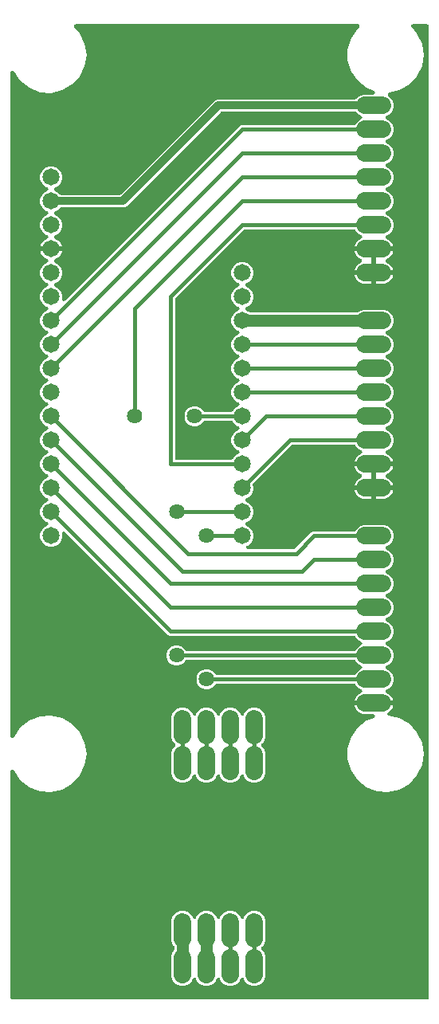
<source format=gbl>
G04 EAGLE Gerber RS-274X export*
G75*
%MOMM*%
%FSLAX34Y34*%
%LPD*%
%INBottomLayer*%
%IPPOS*%
%AMOC8*
5,1,8,0,0,1.08239X$1,22.5*%
G01*
%ADD10C,1.812800*%
%ADD11C,1.828800*%
%ADD12C,0.812800*%
%ADD13C,1.270000*%
%ADD14C,0.406400*%
%ADD15C,1.625600*%

G36*
X805706Y-35557D02*
X805706Y-35557D01*
X805724Y-35559D01*
X805906Y-35538D01*
X806089Y-35519D01*
X806106Y-35514D01*
X806123Y-35512D01*
X806298Y-35455D01*
X806474Y-35401D01*
X806489Y-35393D01*
X806506Y-35387D01*
X806666Y-35297D01*
X806828Y-35209D01*
X806841Y-35198D01*
X806857Y-35189D01*
X806996Y-35069D01*
X807137Y-34952D01*
X807148Y-34938D01*
X807162Y-34926D01*
X807274Y-34781D01*
X807389Y-34638D01*
X807397Y-34622D01*
X807408Y-34608D01*
X807490Y-34443D01*
X807575Y-34281D01*
X807580Y-34264D01*
X807588Y-34248D01*
X807635Y-34069D01*
X807686Y-33894D01*
X807688Y-33876D01*
X807692Y-33859D01*
X807719Y-33528D01*
X807719Y998728D01*
X807717Y998746D01*
X807719Y998764D01*
X807698Y998946D01*
X807679Y999129D01*
X807674Y999146D01*
X807672Y999163D01*
X807615Y999338D01*
X807561Y999514D01*
X807553Y999529D01*
X807547Y999546D01*
X807457Y999706D01*
X807369Y999868D01*
X807358Y999881D01*
X807349Y999897D01*
X807229Y1000036D01*
X807112Y1000177D01*
X807098Y1000188D01*
X807086Y1000202D01*
X806941Y1000314D01*
X806798Y1000429D01*
X806782Y1000437D01*
X806768Y1000448D01*
X806603Y1000530D01*
X806441Y1000615D01*
X806424Y1000620D01*
X806408Y1000628D01*
X806229Y1000675D01*
X806054Y1000726D01*
X806036Y1000728D01*
X806019Y1000732D01*
X805688Y1000759D01*
X791026Y1000759D01*
X790854Y1000742D01*
X790682Y1000730D01*
X790654Y1000722D01*
X790625Y1000719D01*
X790460Y1000669D01*
X790294Y1000623D01*
X790268Y1000610D01*
X790240Y1000601D01*
X790089Y1000519D01*
X789935Y1000441D01*
X789912Y1000423D01*
X789886Y1000409D01*
X789754Y1000299D01*
X789618Y1000193D01*
X789600Y1000170D01*
X789577Y1000152D01*
X789469Y1000017D01*
X789357Y999886D01*
X789343Y999861D01*
X789325Y999838D01*
X789245Y999685D01*
X789162Y999534D01*
X789153Y999506D01*
X789139Y999481D01*
X789092Y999315D01*
X789039Y999151D01*
X789036Y999122D01*
X789028Y999094D01*
X789014Y998922D01*
X788995Y998751D01*
X788997Y998722D01*
X788995Y998692D01*
X789015Y998521D01*
X789030Y998350D01*
X789038Y998322D01*
X789042Y998293D01*
X789095Y998128D01*
X789144Y997963D01*
X789158Y997938D01*
X789167Y997910D01*
X789252Y997759D01*
X789332Y997607D01*
X789352Y997582D01*
X789365Y997559D01*
X789420Y997495D01*
X789537Y997346D01*
X795306Y991129D01*
X800559Y980220D01*
X802364Y968248D01*
X800559Y956276D01*
X795306Y945367D01*
X787071Y936492D01*
X776585Y930438D01*
X765795Y927975D01*
X765619Y927916D01*
X765445Y927861D01*
X765430Y927853D01*
X765413Y927847D01*
X765253Y927755D01*
X765092Y927666D01*
X765079Y927655D01*
X765064Y927646D01*
X764926Y927525D01*
X764785Y927406D01*
X764775Y927392D01*
X764761Y927380D01*
X764649Y927234D01*
X764536Y927090D01*
X764528Y927074D01*
X764517Y927060D01*
X764437Y926895D01*
X764353Y926731D01*
X764349Y926714D01*
X764341Y926698D01*
X764295Y926521D01*
X764245Y926343D01*
X764244Y926326D01*
X764240Y926309D01*
X764229Y926125D01*
X764216Y925941D01*
X764218Y925924D01*
X764217Y925907D01*
X764243Y925725D01*
X764266Y925542D01*
X764272Y925525D01*
X764274Y925508D01*
X764336Y925334D01*
X764395Y925160D01*
X764403Y925145D01*
X764409Y925129D01*
X764504Y924971D01*
X764596Y924811D01*
X764608Y924797D01*
X764616Y924783D01*
X764665Y924729D01*
X764810Y924558D01*
X768350Y921019D01*
X770129Y916724D01*
X770129Y912076D01*
X768350Y907781D01*
X765063Y904494D01*
X762848Y903577D01*
X762840Y903572D01*
X762831Y903570D01*
X762661Y903477D01*
X762493Y903386D01*
X762486Y903381D01*
X762478Y903376D01*
X762330Y903252D01*
X762182Y903130D01*
X762177Y903123D01*
X762170Y903117D01*
X762050Y902967D01*
X761929Y902817D01*
X761925Y902809D01*
X761919Y902802D01*
X761832Y902633D01*
X761742Y902461D01*
X761739Y902452D01*
X761735Y902444D01*
X761683Y902262D01*
X761629Y902074D01*
X761628Y902065D01*
X761625Y902057D01*
X761611Y901866D01*
X761594Y901673D01*
X761595Y901664D01*
X761594Y901656D01*
X761618Y901465D01*
X761639Y901273D01*
X761642Y901265D01*
X761643Y901256D01*
X761703Y901074D01*
X761762Y900890D01*
X761767Y900882D01*
X761770Y900874D01*
X761865Y900706D01*
X761959Y900538D01*
X761964Y900532D01*
X761969Y900524D01*
X762096Y900378D01*
X762221Y900233D01*
X762228Y900227D01*
X762233Y900220D01*
X762386Y900103D01*
X762538Y899984D01*
X762546Y899980D01*
X762553Y899975D01*
X762848Y899823D01*
X765063Y898906D01*
X768350Y895619D01*
X770129Y891324D01*
X770129Y886676D01*
X768350Y882381D01*
X765063Y879094D01*
X762848Y878177D01*
X762840Y878172D01*
X762831Y878170D01*
X762661Y878077D01*
X762493Y877986D01*
X762486Y877981D01*
X762478Y877976D01*
X762330Y877852D01*
X762182Y877730D01*
X762177Y877723D01*
X762170Y877717D01*
X762050Y877567D01*
X761929Y877417D01*
X761925Y877409D01*
X761919Y877402D01*
X761832Y877233D01*
X761742Y877061D01*
X761739Y877052D01*
X761735Y877044D01*
X761683Y876862D01*
X761629Y876674D01*
X761628Y876665D01*
X761625Y876657D01*
X761611Y876466D01*
X761594Y876273D01*
X761595Y876264D01*
X761594Y876256D01*
X761618Y876065D01*
X761639Y875873D01*
X761642Y875865D01*
X761643Y875856D01*
X761703Y875674D01*
X761762Y875490D01*
X761767Y875482D01*
X761770Y875474D01*
X761865Y875306D01*
X761959Y875138D01*
X761964Y875132D01*
X761969Y875124D01*
X762096Y874978D01*
X762221Y874833D01*
X762228Y874827D01*
X762233Y874820D01*
X762386Y874703D01*
X762538Y874584D01*
X762546Y874580D01*
X762553Y874575D01*
X762848Y874423D01*
X765063Y873506D01*
X768350Y870219D01*
X770129Y865924D01*
X770129Y861276D01*
X768350Y856981D01*
X765063Y853694D01*
X762848Y852777D01*
X762840Y852772D01*
X762831Y852770D01*
X762662Y852677D01*
X762493Y852586D01*
X762486Y852581D01*
X762478Y852576D01*
X762331Y852453D01*
X762182Y852330D01*
X762177Y852323D01*
X762170Y852317D01*
X762049Y852166D01*
X761929Y852017D01*
X761925Y852010D01*
X761919Y852002D01*
X761830Y851829D01*
X761742Y851661D01*
X761739Y851652D01*
X761735Y851644D01*
X761682Y851458D01*
X761629Y851274D01*
X761628Y851265D01*
X761625Y851257D01*
X761611Y851066D01*
X761594Y850873D01*
X761595Y850864D01*
X761594Y850856D01*
X761618Y850664D01*
X761639Y850473D01*
X761642Y850465D01*
X761643Y850456D01*
X761703Y850273D01*
X761762Y850090D01*
X761767Y850082D01*
X761769Y850074D01*
X761865Y849907D01*
X761959Y849738D01*
X761965Y849732D01*
X761969Y849724D01*
X762095Y849580D01*
X762220Y849433D01*
X762228Y849427D01*
X762233Y849420D01*
X762386Y849303D01*
X762538Y849184D01*
X762545Y849180D01*
X762553Y849175D01*
X762848Y849023D01*
X765063Y848106D01*
X768350Y844819D01*
X770129Y840524D01*
X770129Y835876D01*
X768350Y831581D01*
X765063Y828294D01*
X763300Y827564D01*
X762848Y827377D01*
X762840Y827372D01*
X762831Y827370D01*
X762662Y827277D01*
X762493Y827186D01*
X762486Y827181D01*
X762478Y827176D01*
X762331Y827053D01*
X762182Y826930D01*
X762177Y826923D01*
X762170Y826917D01*
X762049Y826766D01*
X761929Y826617D01*
X761925Y826610D01*
X761919Y826602D01*
X761830Y826429D01*
X761742Y826261D01*
X761739Y826252D01*
X761735Y826244D01*
X761682Y826056D01*
X761629Y825874D01*
X761628Y825865D01*
X761625Y825857D01*
X761610Y825664D01*
X761594Y825473D01*
X761595Y825464D01*
X761594Y825456D01*
X761618Y825264D01*
X761639Y825073D01*
X761642Y825065D01*
X761643Y825056D01*
X761703Y824873D01*
X761762Y824690D01*
X761767Y824682D01*
X761769Y824674D01*
X761865Y824507D01*
X761959Y824338D01*
X761965Y824332D01*
X761969Y824324D01*
X762095Y824180D01*
X762220Y824033D01*
X762228Y824027D01*
X762233Y824020D01*
X762386Y823903D01*
X762538Y823784D01*
X762545Y823780D01*
X762553Y823775D01*
X762848Y823623D01*
X765063Y822706D01*
X768350Y819419D01*
X770129Y815124D01*
X770129Y810476D01*
X768350Y806181D01*
X765063Y802894D01*
X762848Y801977D01*
X762840Y801972D01*
X762831Y801970D01*
X762662Y801877D01*
X762493Y801786D01*
X762486Y801781D01*
X762478Y801776D01*
X762331Y801653D01*
X762182Y801530D01*
X762177Y801523D01*
X762170Y801517D01*
X762049Y801366D01*
X761929Y801217D01*
X761925Y801210D01*
X761919Y801202D01*
X761830Y801029D01*
X761742Y800861D01*
X761739Y800852D01*
X761735Y800844D01*
X761682Y800658D01*
X761629Y800474D01*
X761628Y800465D01*
X761625Y800457D01*
X761611Y800266D01*
X761594Y800073D01*
X761595Y800064D01*
X761594Y800056D01*
X761618Y799864D01*
X761639Y799673D01*
X761642Y799665D01*
X761643Y799656D01*
X761703Y799473D01*
X761762Y799290D01*
X761767Y799282D01*
X761769Y799274D01*
X761865Y799107D01*
X761959Y798938D01*
X761965Y798932D01*
X761969Y798924D01*
X762095Y798780D01*
X762220Y798633D01*
X762228Y798627D01*
X762233Y798620D01*
X762386Y798503D01*
X762538Y798384D01*
X762545Y798380D01*
X762553Y798375D01*
X762848Y798223D01*
X765063Y797306D01*
X768350Y794019D01*
X770129Y789724D01*
X770129Y785076D01*
X768350Y780781D01*
X765063Y777494D01*
X762900Y776598D01*
X762821Y776556D01*
X762738Y776523D01*
X762644Y776461D01*
X762545Y776408D01*
X762476Y776351D01*
X762401Y776302D01*
X762321Y776223D01*
X762234Y776152D01*
X762178Y776082D01*
X762114Y776019D01*
X762052Y775926D01*
X761981Y775839D01*
X761939Y775760D01*
X761889Y775686D01*
X761846Y775582D01*
X761794Y775482D01*
X761769Y775397D01*
X761734Y775314D01*
X761712Y775204D01*
X761681Y775096D01*
X761673Y775007D01*
X761655Y774919D01*
X761656Y774807D01*
X761646Y774695D01*
X761656Y774606D01*
X761656Y774517D01*
X761679Y774406D01*
X761691Y774295D01*
X761718Y774210D01*
X761736Y774122D01*
X761780Y774019D01*
X761814Y773911D01*
X761858Y773833D01*
X761893Y773751D01*
X761956Y773658D01*
X762011Y773560D01*
X762069Y773492D01*
X762119Y773418D01*
X762199Y773340D01*
X762272Y773254D01*
X762343Y773199D01*
X762407Y773136D01*
X762501Y773075D01*
X762589Y773006D01*
X762669Y772966D01*
X762744Y772917D01*
X762808Y772890D01*
X764568Y771994D01*
X766056Y770913D01*
X767357Y769612D01*
X768438Y768124D01*
X769273Y766486D01*
X769841Y764736D01*
X769872Y764539D01*
X749808Y764539D01*
X749790Y764537D01*
X749773Y764539D01*
X749590Y764518D01*
X749408Y764499D01*
X749391Y764494D01*
X749373Y764492D01*
X749295Y764467D01*
X749158Y764506D01*
X749140Y764508D01*
X749123Y764512D01*
X748792Y764539D01*
X728728Y764539D01*
X728759Y764736D01*
X729327Y766486D01*
X730162Y768124D01*
X731243Y769612D01*
X732544Y770913D01*
X734032Y771994D01*
X735715Y772851D01*
X735717Y772852D01*
X735728Y772858D01*
X735813Y772901D01*
X735830Y772912D01*
X735918Y772951D01*
X735992Y773002D01*
X736070Y773045D01*
X736156Y773117D01*
X736248Y773182D01*
X736310Y773247D01*
X736378Y773304D01*
X736448Y773392D01*
X736526Y773473D01*
X736573Y773549D01*
X736629Y773619D01*
X736680Y773719D01*
X736740Y773814D01*
X736772Y773898D01*
X736813Y773977D01*
X736844Y774085D01*
X736884Y774190D01*
X736898Y774279D01*
X736923Y774365D01*
X736931Y774477D01*
X736950Y774588D01*
X736947Y774677D01*
X736954Y774766D01*
X736940Y774877D01*
X736936Y774990D01*
X736916Y775077D01*
X736905Y775166D01*
X736870Y775272D01*
X736844Y775382D01*
X736807Y775463D01*
X736779Y775548D01*
X736723Y775645D01*
X736676Y775748D01*
X736623Y775820D01*
X736579Y775898D01*
X736505Y775982D01*
X736439Y776073D01*
X736373Y776134D01*
X736315Y776201D01*
X736226Y776270D01*
X736143Y776346D01*
X736066Y776392D01*
X735995Y776447D01*
X735871Y776511D01*
X735798Y776554D01*
X735755Y776570D01*
X735700Y776598D01*
X733537Y777494D01*
X730250Y780781D01*
X729922Y781573D01*
X729912Y781593D01*
X729905Y781614D01*
X729816Y781770D01*
X729732Y781928D01*
X729718Y781945D01*
X729707Y781965D01*
X729590Y782100D01*
X729475Y782239D01*
X729458Y782253D01*
X729444Y782270D01*
X729302Y782379D01*
X729163Y782492D01*
X729143Y782503D01*
X729125Y782516D01*
X728965Y782596D01*
X728806Y782679D01*
X728785Y782686D01*
X728765Y782696D01*
X728592Y782742D01*
X728420Y782792D01*
X728398Y782794D01*
X728376Y782800D01*
X728045Y782827D01*
X612335Y782827D01*
X612309Y782825D01*
X612282Y782827D01*
X612108Y782805D01*
X611935Y782787D01*
X611909Y782780D01*
X611883Y782776D01*
X611717Y782721D01*
X611550Y782669D01*
X611526Y782656D01*
X611501Y782648D01*
X611349Y782561D01*
X611196Y782477D01*
X611175Y782460D01*
X611152Y782447D01*
X610899Y782232D01*
X538568Y709901D01*
X538551Y709880D01*
X538530Y709863D01*
X538423Y709725D01*
X538313Y709589D01*
X538300Y709566D01*
X538284Y709545D01*
X538206Y709388D01*
X538124Y709234D01*
X538116Y709208D01*
X538104Y709184D01*
X538059Y709015D01*
X538009Y708848D01*
X538007Y708821D01*
X538000Y708795D01*
X537973Y708465D01*
X537973Y540004D01*
X537975Y539986D01*
X537973Y539968D01*
X537994Y539786D01*
X538013Y539603D01*
X538018Y539586D01*
X538020Y539569D01*
X538077Y539394D01*
X538131Y539218D01*
X538139Y539203D01*
X538145Y539186D01*
X538235Y539026D01*
X538323Y538864D01*
X538334Y538851D01*
X538343Y538835D01*
X538463Y538696D01*
X538580Y538555D01*
X538594Y538544D01*
X538606Y538530D01*
X538751Y538418D01*
X538894Y538303D01*
X538910Y538295D01*
X538924Y538284D01*
X539089Y538202D01*
X539251Y538117D01*
X539268Y538112D01*
X539284Y538104D01*
X539463Y538057D01*
X539638Y538006D01*
X539656Y538004D01*
X539673Y538000D01*
X540004Y537973D01*
X597576Y537973D01*
X597598Y537975D01*
X597620Y537973D01*
X597798Y537995D01*
X597977Y538013D01*
X597998Y538019D01*
X598020Y538022D01*
X598191Y538078D01*
X598361Y538131D01*
X598381Y538141D01*
X598402Y538148D01*
X598558Y538237D01*
X598716Y538323D01*
X598733Y538337D01*
X598752Y538348D01*
X598887Y538466D01*
X599025Y538580D01*
X599039Y538598D01*
X599056Y538612D01*
X599165Y538755D01*
X599277Y538894D01*
X599287Y538914D01*
X599301Y538931D01*
X599453Y539227D01*
X599762Y539974D01*
X603026Y543238D01*
X603671Y543505D01*
X605405Y544223D01*
X605413Y544228D01*
X605422Y544230D01*
X605590Y544322D01*
X605760Y544414D01*
X605767Y544419D01*
X605775Y544424D01*
X605921Y544547D01*
X606071Y544670D01*
X606076Y544677D01*
X606083Y544683D01*
X606203Y544833D01*
X606324Y544983D01*
X606328Y544991D01*
X606334Y544997D01*
X606422Y545168D01*
X606511Y545339D01*
X606514Y545348D01*
X606518Y545356D01*
X606570Y545540D01*
X606624Y545726D01*
X606625Y545734D01*
X606628Y545743D01*
X606642Y545934D01*
X606659Y546127D01*
X606658Y546136D01*
X606659Y546144D01*
X606636Y546334D01*
X606614Y546527D01*
X606611Y546535D01*
X606610Y546544D01*
X606551Y546723D01*
X606491Y546910D01*
X606486Y546918D01*
X606484Y546926D01*
X606388Y547094D01*
X606294Y547262D01*
X606289Y547268D01*
X606284Y547276D01*
X606158Y547421D01*
X606033Y547567D01*
X606025Y547573D01*
X606020Y547580D01*
X605866Y547697D01*
X605716Y547816D01*
X605708Y547820D01*
X605700Y547825D01*
X605405Y547977D01*
X603026Y548962D01*
X599762Y552226D01*
X597995Y556492D01*
X597995Y561108D01*
X599762Y565374D01*
X603026Y568638D01*
X605405Y569623D01*
X605413Y569628D01*
X605422Y569630D01*
X605590Y569722D01*
X605760Y569814D01*
X605767Y569819D01*
X605775Y569824D01*
X605921Y569947D01*
X606071Y570070D01*
X606076Y570077D01*
X606083Y570083D01*
X606203Y570233D01*
X606324Y570383D01*
X606328Y570391D01*
X606334Y570397D01*
X606422Y570568D01*
X606511Y570739D01*
X606514Y570748D01*
X606518Y570756D01*
X606570Y570940D01*
X606624Y571126D01*
X606625Y571134D01*
X606628Y571143D01*
X606642Y571334D01*
X606659Y571527D01*
X606658Y571536D01*
X606659Y571544D01*
X606636Y571734D01*
X606614Y571927D01*
X606611Y571935D01*
X606610Y571944D01*
X606550Y572126D01*
X606491Y572310D01*
X606486Y572318D01*
X606484Y572326D01*
X606388Y572494D01*
X606294Y572662D01*
X606289Y572668D01*
X606284Y572676D01*
X606158Y572821D01*
X606033Y572967D01*
X606025Y572973D01*
X606020Y572980D01*
X605866Y573097D01*
X605716Y573216D01*
X605708Y573220D01*
X605700Y573225D01*
X605405Y573377D01*
X603026Y574362D01*
X599762Y577626D01*
X599453Y578373D01*
X599442Y578393D01*
X599435Y578414D01*
X599347Y578571D01*
X599262Y578728D01*
X599248Y578745D01*
X599237Y578765D01*
X599120Y578901D01*
X599006Y579039D01*
X598989Y579053D01*
X598974Y579070D01*
X598832Y579179D01*
X598693Y579292D01*
X598674Y579303D01*
X598656Y579316D01*
X598496Y579396D01*
X598337Y579479D01*
X598315Y579486D01*
X598295Y579496D01*
X598122Y579542D01*
X597950Y579592D01*
X597928Y579594D01*
X597907Y579600D01*
X597576Y579627D01*
X569811Y579627D01*
X569789Y579625D01*
X569766Y579627D01*
X569589Y579605D01*
X569410Y579587D01*
X569389Y579581D01*
X569367Y579578D01*
X569197Y579522D01*
X569025Y579469D01*
X569006Y579459D01*
X568985Y579452D01*
X568829Y579363D01*
X568671Y579277D01*
X568654Y579263D01*
X568635Y579252D01*
X568500Y579135D01*
X568362Y579020D01*
X568348Y579002D01*
X568331Y578988D01*
X568222Y578846D01*
X568110Y578706D01*
X568099Y578686D01*
X568086Y578668D01*
X567934Y578373D01*
X567844Y578157D01*
X564843Y575155D01*
X560922Y573531D01*
X556678Y573531D01*
X552757Y575155D01*
X549755Y578157D01*
X548131Y582078D01*
X548131Y586322D01*
X549755Y590243D01*
X552757Y593245D01*
X556678Y594869D01*
X560922Y594869D01*
X564843Y593245D01*
X567844Y590243D01*
X567934Y590027D01*
X567945Y590007D01*
X567952Y589986D01*
X568040Y589830D01*
X568124Y589672D01*
X568139Y589655D01*
X568150Y589635D01*
X568267Y589499D01*
X568381Y589361D01*
X568398Y589347D01*
X568413Y589330D01*
X568554Y589221D01*
X568693Y589108D01*
X568713Y589097D01*
X568731Y589084D01*
X568891Y589004D01*
X569050Y588921D01*
X569071Y588914D01*
X569091Y588904D01*
X569265Y588858D01*
X569436Y588808D01*
X569459Y588806D01*
X569480Y588800D01*
X569811Y588773D01*
X597576Y588773D01*
X597598Y588775D01*
X597620Y588773D01*
X597798Y588795D01*
X597977Y588813D01*
X597998Y588819D01*
X598020Y588822D01*
X598191Y588878D01*
X598361Y588931D01*
X598381Y588941D01*
X598402Y588948D01*
X598558Y589037D01*
X598716Y589123D01*
X598733Y589137D01*
X598752Y589148D01*
X598887Y589266D01*
X599025Y589380D01*
X599039Y589398D01*
X599056Y589412D01*
X599165Y589555D01*
X599277Y589694D01*
X599287Y589714D01*
X599301Y589731D01*
X599453Y590027D01*
X599762Y590774D01*
X603026Y594038D01*
X605405Y595023D01*
X605413Y595028D01*
X605422Y595030D01*
X605590Y595122D01*
X605760Y595214D01*
X605767Y595219D01*
X605775Y595224D01*
X605921Y595347D01*
X606071Y595470D01*
X606076Y595477D01*
X606083Y595483D01*
X606203Y595633D01*
X606324Y595783D01*
X606328Y595791D01*
X606334Y595797D01*
X606422Y595968D01*
X606511Y596139D01*
X606514Y596148D01*
X606518Y596156D01*
X606570Y596340D01*
X606624Y596526D01*
X606625Y596534D01*
X606628Y596543D01*
X606642Y596734D01*
X606659Y596927D01*
X606658Y596936D01*
X606659Y596944D01*
X606636Y597134D01*
X606614Y597327D01*
X606611Y597335D01*
X606610Y597344D01*
X606550Y597526D01*
X606491Y597710D01*
X606486Y597718D01*
X606484Y597726D01*
X606388Y597894D01*
X606294Y598062D01*
X606289Y598068D01*
X606284Y598076D01*
X606158Y598221D01*
X606033Y598367D01*
X606025Y598373D01*
X606020Y598380D01*
X605866Y598497D01*
X605716Y598616D01*
X605708Y598620D01*
X605700Y598625D01*
X605405Y598777D01*
X603026Y599762D01*
X599762Y603026D01*
X597995Y607292D01*
X597995Y611908D01*
X599762Y616174D01*
X603026Y619438D01*
X605405Y620423D01*
X605413Y620428D01*
X605422Y620430D01*
X605590Y620522D01*
X605760Y620614D01*
X605767Y620619D01*
X605775Y620624D01*
X605921Y620747D01*
X606071Y620870D01*
X606076Y620877D01*
X606083Y620883D01*
X606203Y621033D01*
X606324Y621183D01*
X606328Y621191D01*
X606334Y621197D01*
X606422Y621368D01*
X606511Y621539D01*
X606514Y621548D01*
X606518Y621556D01*
X606570Y621740D01*
X606624Y621926D01*
X606625Y621934D01*
X606628Y621943D01*
X606642Y622134D01*
X606659Y622327D01*
X606658Y622336D01*
X606659Y622344D01*
X606636Y622534D01*
X606614Y622727D01*
X606611Y622735D01*
X606610Y622744D01*
X606550Y622926D01*
X606491Y623110D01*
X606486Y623118D01*
X606484Y623126D01*
X606388Y623294D01*
X606294Y623462D01*
X606289Y623468D01*
X606284Y623476D01*
X606158Y623621D01*
X606033Y623767D01*
X606025Y623773D01*
X606020Y623780D01*
X605866Y623897D01*
X605716Y624016D01*
X605708Y624020D01*
X605700Y624025D01*
X605405Y624177D01*
X603026Y625162D01*
X599762Y628426D01*
X597995Y632692D01*
X597995Y637308D01*
X599762Y641574D01*
X603026Y644838D01*
X603580Y645068D01*
X603581Y645068D01*
X605405Y645823D01*
X605413Y645828D01*
X605422Y645830D01*
X605590Y645922D01*
X605760Y646014D01*
X605767Y646019D01*
X605775Y646024D01*
X605921Y646147D01*
X606071Y646270D01*
X606076Y646277D01*
X606083Y646283D01*
X606203Y646433D01*
X606324Y646583D01*
X606328Y646591D01*
X606334Y646597D01*
X606422Y646768D01*
X606511Y646939D01*
X606514Y646948D01*
X606518Y646956D01*
X606570Y647140D01*
X606624Y647326D01*
X606625Y647334D01*
X606628Y647343D01*
X606642Y647534D01*
X606659Y647727D01*
X606658Y647736D01*
X606659Y647744D01*
X606636Y647934D01*
X606614Y648127D01*
X606611Y648135D01*
X606610Y648144D01*
X606550Y648326D01*
X606491Y648510D01*
X606486Y648518D01*
X606484Y648526D01*
X606388Y648694D01*
X606294Y648862D01*
X606289Y648868D01*
X606284Y648876D01*
X606158Y649021D01*
X606033Y649167D01*
X606025Y649173D01*
X606020Y649180D01*
X605866Y649297D01*
X605716Y649416D01*
X605708Y649420D01*
X605700Y649425D01*
X605405Y649577D01*
X603026Y650562D01*
X599762Y653826D01*
X597995Y658092D01*
X597995Y662708D01*
X599762Y666974D01*
X603026Y670238D01*
X605405Y671223D01*
X605413Y671228D01*
X605422Y671230D01*
X605590Y671322D01*
X605760Y671414D01*
X605767Y671419D01*
X605775Y671424D01*
X605921Y671547D01*
X606071Y671670D01*
X606076Y671677D01*
X606083Y671683D01*
X606203Y671833D01*
X606324Y671983D01*
X606328Y671991D01*
X606334Y671997D01*
X606422Y672168D01*
X606511Y672339D01*
X606514Y672348D01*
X606518Y672356D01*
X606570Y672540D01*
X606624Y672726D01*
X606625Y672734D01*
X606628Y672743D01*
X606642Y672934D01*
X606659Y673127D01*
X606658Y673136D01*
X606659Y673144D01*
X606636Y673334D01*
X606614Y673527D01*
X606611Y673535D01*
X606610Y673544D01*
X606550Y673726D01*
X606491Y673910D01*
X606486Y673918D01*
X606484Y673926D01*
X606388Y674094D01*
X606294Y674262D01*
X606289Y674268D01*
X606284Y674276D01*
X606158Y674421D01*
X606033Y674567D01*
X606025Y674573D01*
X606020Y674580D01*
X605866Y674697D01*
X605716Y674816D01*
X605708Y674820D01*
X605700Y674825D01*
X605405Y674977D01*
X603026Y675962D01*
X599762Y679226D01*
X597995Y683492D01*
X597995Y688108D01*
X599762Y692374D01*
X603026Y695638D01*
X605405Y696623D01*
X605413Y696628D01*
X605422Y696630D01*
X605590Y696722D01*
X605760Y696814D01*
X605767Y696819D01*
X605775Y696824D01*
X605921Y696947D01*
X606071Y697070D01*
X606076Y697077D01*
X606083Y697083D01*
X606203Y697233D01*
X606324Y697383D01*
X606328Y697391D01*
X606334Y697397D01*
X606422Y697568D01*
X606511Y697739D01*
X606514Y697748D01*
X606518Y697756D01*
X606570Y697940D01*
X606624Y698126D01*
X606625Y698134D01*
X606628Y698143D01*
X606642Y698334D01*
X606659Y698527D01*
X606658Y698536D01*
X606659Y698544D01*
X606636Y698734D01*
X606614Y698927D01*
X606611Y698935D01*
X606610Y698944D01*
X606550Y699126D01*
X606491Y699310D01*
X606486Y699318D01*
X606484Y699326D01*
X606388Y699494D01*
X606294Y699662D01*
X606289Y699668D01*
X606284Y699676D01*
X606158Y699821D01*
X606033Y699967D01*
X606025Y699973D01*
X606020Y699980D01*
X605866Y700097D01*
X605716Y700216D01*
X605708Y700220D01*
X605700Y700225D01*
X605405Y700377D01*
X603026Y701362D01*
X599762Y704626D01*
X597995Y708892D01*
X597995Y713508D01*
X599762Y717774D01*
X603026Y721038D01*
X605405Y722023D01*
X605413Y722028D01*
X605422Y722030D01*
X605590Y722122D01*
X605760Y722214D01*
X605767Y722219D01*
X605775Y722224D01*
X605921Y722347D01*
X606071Y722470D01*
X606076Y722477D01*
X606083Y722483D01*
X606203Y722633D01*
X606324Y722783D01*
X606328Y722791D01*
X606334Y722797D01*
X606422Y722968D01*
X606511Y723139D01*
X606514Y723148D01*
X606518Y723156D01*
X606570Y723340D01*
X606624Y723526D01*
X606625Y723534D01*
X606628Y723543D01*
X606642Y723734D01*
X606659Y723927D01*
X606658Y723936D01*
X606659Y723944D01*
X606636Y724134D01*
X606614Y724327D01*
X606611Y724335D01*
X606610Y724344D01*
X606550Y724524D01*
X606491Y724710D01*
X606486Y724718D01*
X606484Y724726D01*
X606388Y724894D01*
X606294Y725062D01*
X606289Y725068D01*
X606284Y725076D01*
X606158Y725221D01*
X606033Y725367D01*
X606025Y725373D01*
X606020Y725380D01*
X605866Y725497D01*
X605716Y725616D01*
X605708Y725620D01*
X605700Y725625D01*
X605405Y725777D01*
X603026Y726762D01*
X599762Y730026D01*
X597995Y734292D01*
X597995Y738908D01*
X599762Y743174D01*
X603026Y746438D01*
X607292Y748205D01*
X611908Y748205D01*
X616174Y746438D01*
X619438Y743174D01*
X621205Y738908D01*
X621205Y734292D01*
X619438Y730026D01*
X616174Y726762D01*
X614338Y726002D01*
X614338Y726001D01*
X613795Y725777D01*
X613787Y725772D01*
X613778Y725770D01*
X613608Y725677D01*
X613440Y725586D01*
X613433Y725581D01*
X613425Y725576D01*
X613277Y725452D01*
X613129Y725330D01*
X613124Y725323D01*
X613117Y725317D01*
X612997Y725167D01*
X612876Y725017D01*
X612872Y725009D01*
X612866Y725002D01*
X612779Y724833D01*
X612689Y724661D01*
X612686Y724652D01*
X612682Y724644D01*
X612630Y724462D01*
X612576Y724274D01*
X612575Y724265D01*
X612572Y724257D01*
X612558Y724066D01*
X612541Y723873D01*
X612542Y723864D01*
X612541Y723856D01*
X612565Y723665D01*
X612586Y723473D01*
X612589Y723465D01*
X612590Y723456D01*
X612650Y723274D01*
X612709Y723090D01*
X612714Y723082D01*
X612716Y723074D01*
X612812Y722906D01*
X612906Y722738D01*
X612911Y722732D01*
X612916Y722724D01*
X613043Y722578D01*
X613167Y722433D01*
X613175Y722427D01*
X613180Y722420D01*
X613333Y722303D01*
X613485Y722184D01*
X613493Y722180D01*
X613500Y722175D01*
X613795Y722023D01*
X616174Y721038D01*
X619438Y717774D01*
X621205Y713508D01*
X621205Y708892D01*
X619438Y704626D01*
X616174Y701362D01*
X613795Y700377D01*
X613787Y700372D01*
X613778Y700370D01*
X613608Y700277D01*
X613440Y700186D01*
X613433Y700181D01*
X613425Y700176D01*
X613277Y700052D01*
X613129Y699930D01*
X613124Y699923D01*
X613117Y699917D01*
X612997Y699767D01*
X612876Y699617D01*
X612872Y699609D01*
X612866Y699602D01*
X612779Y699433D01*
X612689Y699261D01*
X612686Y699252D01*
X612682Y699244D01*
X612630Y699062D01*
X612576Y698874D01*
X612575Y698865D01*
X612572Y698857D01*
X612558Y698666D01*
X612541Y698473D01*
X612542Y698464D01*
X612541Y698456D01*
X612565Y698265D01*
X612586Y698073D01*
X612589Y698065D01*
X612590Y698056D01*
X612650Y697874D01*
X612709Y697690D01*
X612714Y697682D01*
X612716Y697674D01*
X612812Y697506D01*
X612906Y697338D01*
X612911Y697332D01*
X612916Y697324D01*
X613043Y697178D01*
X613167Y697033D01*
X613175Y697027D01*
X613180Y697020D01*
X613333Y696903D01*
X613485Y696784D01*
X613493Y696780D01*
X613500Y696775D01*
X613795Y696623D01*
X616174Y695638D01*
X616526Y695286D01*
X616547Y695269D01*
X616564Y695248D01*
X616702Y695141D01*
X616837Y695031D01*
X616861Y695018D01*
X616882Y695002D01*
X617039Y694924D01*
X617193Y694842D01*
X617219Y694834D01*
X617243Y694822D01*
X617412Y694777D01*
X617579Y694727D01*
X617606Y694725D01*
X617632Y694718D01*
X617962Y694691D01*
X731681Y694691D01*
X731707Y694693D01*
X731734Y694691D01*
X731908Y694713D01*
X732081Y694731D01*
X732107Y694738D01*
X732133Y694742D01*
X732299Y694797D01*
X732466Y694849D01*
X732490Y694862D01*
X732515Y694870D01*
X732667Y694957D01*
X732820Y695041D01*
X732841Y695058D01*
X732864Y695071D01*
X733117Y695286D01*
X733537Y695706D01*
X733882Y695849D01*
X737832Y697485D01*
X760768Y697485D01*
X765063Y695706D01*
X768350Y692419D01*
X770129Y688124D01*
X770129Y683476D01*
X768350Y679181D01*
X765063Y675894D01*
X762848Y674977D01*
X762840Y674972D01*
X762831Y674970D01*
X762661Y674877D01*
X762493Y674786D01*
X762486Y674781D01*
X762478Y674776D01*
X762330Y674652D01*
X762182Y674530D01*
X762177Y674523D01*
X762170Y674517D01*
X762050Y674367D01*
X761929Y674217D01*
X761925Y674209D01*
X761919Y674202D01*
X761832Y674033D01*
X761742Y673861D01*
X761739Y673852D01*
X761735Y673844D01*
X761683Y673662D01*
X761629Y673474D01*
X761628Y673465D01*
X761625Y673457D01*
X761611Y673266D01*
X761594Y673073D01*
X761595Y673064D01*
X761594Y673056D01*
X761618Y672865D01*
X761639Y672673D01*
X761642Y672665D01*
X761643Y672656D01*
X761703Y672474D01*
X761762Y672290D01*
X761767Y672282D01*
X761770Y672274D01*
X761865Y672106D01*
X761959Y671938D01*
X761964Y671932D01*
X761969Y671924D01*
X762096Y671778D01*
X762221Y671633D01*
X762228Y671627D01*
X762233Y671620D01*
X762386Y671503D01*
X762538Y671384D01*
X762546Y671380D01*
X762553Y671375D01*
X762848Y671223D01*
X765063Y670306D01*
X768350Y667019D01*
X770129Y662724D01*
X770129Y658076D01*
X768350Y653781D01*
X765063Y650494D01*
X762848Y649577D01*
X762840Y649572D01*
X762831Y649570D01*
X762661Y649477D01*
X762493Y649386D01*
X762486Y649381D01*
X762478Y649376D01*
X762330Y649252D01*
X762182Y649130D01*
X762177Y649123D01*
X762170Y649117D01*
X762050Y648967D01*
X761929Y648817D01*
X761925Y648809D01*
X761919Y648802D01*
X761832Y648633D01*
X761742Y648461D01*
X761739Y648452D01*
X761735Y648444D01*
X761683Y648262D01*
X761629Y648074D01*
X761628Y648065D01*
X761625Y648057D01*
X761611Y647866D01*
X761594Y647673D01*
X761595Y647664D01*
X761594Y647656D01*
X761618Y647465D01*
X761639Y647273D01*
X761642Y647265D01*
X761643Y647256D01*
X761703Y647074D01*
X761762Y646890D01*
X761767Y646882D01*
X761770Y646874D01*
X761865Y646706D01*
X761959Y646538D01*
X761964Y646532D01*
X761969Y646524D01*
X762096Y646378D01*
X762221Y646233D01*
X762228Y646227D01*
X762233Y646220D01*
X762386Y646103D01*
X762538Y645984D01*
X762546Y645980D01*
X762553Y645975D01*
X762848Y645823D01*
X765063Y644906D01*
X768350Y641619D01*
X770129Y637324D01*
X770129Y632676D01*
X768350Y628381D01*
X765063Y625094D01*
X763481Y624439D01*
X762848Y624177D01*
X762840Y624172D01*
X762831Y624170D01*
X762661Y624077D01*
X762493Y623986D01*
X762486Y623981D01*
X762478Y623976D01*
X762330Y623852D01*
X762182Y623730D01*
X762177Y623723D01*
X762170Y623717D01*
X762050Y623567D01*
X761929Y623417D01*
X761925Y623409D01*
X761919Y623402D01*
X761832Y623233D01*
X761742Y623061D01*
X761739Y623052D01*
X761735Y623044D01*
X761683Y622862D01*
X761629Y622674D01*
X761628Y622665D01*
X761625Y622657D01*
X761611Y622466D01*
X761594Y622273D01*
X761595Y622264D01*
X761594Y622256D01*
X761618Y622065D01*
X761639Y621873D01*
X761642Y621865D01*
X761643Y621856D01*
X761703Y621674D01*
X761762Y621490D01*
X761767Y621482D01*
X761770Y621474D01*
X761865Y621306D01*
X761959Y621138D01*
X761964Y621132D01*
X761969Y621124D01*
X762096Y620978D01*
X762221Y620833D01*
X762228Y620827D01*
X762233Y620820D01*
X762386Y620703D01*
X762538Y620584D01*
X762546Y620580D01*
X762553Y620575D01*
X762848Y620423D01*
X765063Y619506D01*
X768350Y616219D01*
X770129Y611924D01*
X770129Y607276D01*
X768350Y602981D01*
X765063Y599694D01*
X762848Y598777D01*
X762840Y598772D01*
X762831Y598770D01*
X762661Y598677D01*
X762493Y598586D01*
X762486Y598581D01*
X762478Y598576D01*
X762330Y598452D01*
X762182Y598330D01*
X762177Y598323D01*
X762170Y598317D01*
X762050Y598167D01*
X761929Y598017D01*
X761925Y598009D01*
X761919Y598002D01*
X761832Y597833D01*
X761742Y597661D01*
X761739Y597652D01*
X761735Y597644D01*
X761683Y597462D01*
X761629Y597274D01*
X761628Y597265D01*
X761625Y597257D01*
X761611Y597066D01*
X761594Y596873D01*
X761595Y596864D01*
X761594Y596856D01*
X761618Y596665D01*
X761639Y596473D01*
X761642Y596465D01*
X761643Y596456D01*
X761703Y596274D01*
X761762Y596090D01*
X761767Y596082D01*
X761770Y596074D01*
X761865Y595906D01*
X761959Y595738D01*
X761964Y595732D01*
X761969Y595724D01*
X762096Y595578D01*
X762221Y595433D01*
X762228Y595427D01*
X762233Y595420D01*
X762386Y595303D01*
X762538Y595184D01*
X762546Y595180D01*
X762553Y595175D01*
X762848Y595023D01*
X765063Y594106D01*
X768350Y590819D01*
X770129Y586524D01*
X770129Y581876D01*
X768350Y577581D01*
X765063Y574294D01*
X762848Y573377D01*
X762840Y573372D01*
X762831Y573370D01*
X762661Y573277D01*
X762493Y573186D01*
X762486Y573181D01*
X762478Y573176D01*
X762330Y573052D01*
X762182Y572930D01*
X762177Y572923D01*
X762170Y572917D01*
X762050Y572767D01*
X761929Y572617D01*
X761925Y572609D01*
X761919Y572602D01*
X761832Y572433D01*
X761742Y572261D01*
X761739Y572252D01*
X761735Y572244D01*
X761683Y572062D01*
X761629Y571874D01*
X761628Y571865D01*
X761625Y571857D01*
X761611Y571666D01*
X761594Y571473D01*
X761595Y571464D01*
X761594Y571456D01*
X761618Y571265D01*
X761639Y571073D01*
X761642Y571065D01*
X761643Y571056D01*
X761703Y570874D01*
X761762Y570690D01*
X761767Y570682D01*
X761770Y570674D01*
X761865Y570506D01*
X761959Y570338D01*
X761964Y570332D01*
X761969Y570324D01*
X762096Y570178D01*
X762221Y570033D01*
X762228Y570027D01*
X762233Y570020D01*
X762386Y569903D01*
X762538Y569784D01*
X762546Y569780D01*
X762553Y569775D01*
X762848Y569623D01*
X765063Y568706D01*
X768350Y565419D01*
X770129Y561124D01*
X770129Y556476D01*
X768350Y552181D01*
X765063Y548894D01*
X762900Y547998D01*
X762821Y547956D01*
X762738Y547923D01*
X762644Y547861D01*
X762545Y547808D01*
X762476Y547751D01*
X762401Y547702D01*
X762321Y547623D01*
X762234Y547552D01*
X762178Y547482D01*
X762114Y547419D01*
X762052Y547326D01*
X761981Y547239D01*
X761939Y547160D01*
X761889Y547086D01*
X761846Y546982D01*
X761794Y546882D01*
X761769Y546797D01*
X761734Y546714D01*
X761712Y546604D01*
X761681Y546496D01*
X761673Y546407D01*
X761655Y546319D01*
X761656Y546207D01*
X761646Y546095D01*
X761656Y546006D01*
X761656Y545917D01*
X761679Y545806D01*
X761691Y545695D01*
X761718Y545610D01*
X761736Y545522D01*
X761780Y545419D01*
X761814Y545311D01*
X761858Y545233D01*
X761893Y545151D01*
X761956Y545058D01*
X762011Y544960D01*
X762069Y544892D01*
X762119Y544818D01*
X762199Y544740D01*
X762272Y544654D01*
X762343Y544599D01*
X762407Y544536D01*
X762501Y544475D01*
X762589Y544406D01*
X762669Y544366D01*
X762744Y544317D01*
X762808Y544290D01*
X764568Y543394D01*
X766056Y542313D01*
X767357Y541012D01*
X768438Y539524D01*
X769273Y537886D01*
X769841Y536136D01*
X769872Y535939D01*
X749808Y535939D01*
X749790Y535937D01*
X749773Y535939D01*
X749590Y535918D01*
X749408Y535899D01*
X749391Y535894D01*
X749373Y535892D01*
X749295Y535867D01*
X749158Y535906D01*
X749140Y535908D01*
X749123Y535912D01*
X748792Y535939D01*
X728728Y535939D01*
X728759Y536136D01*
X729327Y537886D01*
X730162Y539524D01*
X731243Y541012D01*
X732544Y542313D01*
X734032Y543394D01*
X735715Y544251D01*
X735717Y544252D01*
X735728Y544258D01*
X735813Y544301D01*
X735830Y544312D01*
X735918Y544351D01*
X735992Y544402D01*
X736070Y544445D01*
X736156Y544517D01*
X736248Y544582D01*
X736310Y544647D01*
X736378Y544704D01*
X736448Y544792D01*
X736526Y544873D01*
X736573Y544949D01*
X736629Y545019D01*
X736680Y545119D01*
X736740Y545214D01*
X736772Y545298D01*
X736813Y545377D01*
X736844Y545485D01*
X736884Y545590D01*
X736898Y545679D01*
X736923Y545765D01*
X736931Y545877D01*
X736950Y545988D01*
X736947Y546077D01*
X736954Y546166D01*
X736940Y546277D01*
X736936Y546390D01*
X736916Y546477D01*
X736905Y546566D01*
X736870Y546672D01*
X736844Y546782D01*
X736807Y546863D01*
X736779Y546948D01*
X736723Y547045D01*
X736676Y547148D01*
X736623Y547220D01*
X736579Y547298D01*
X736505Y547382D01*
X736439Y547473D01*
X736373Y547534D01*
X736315Y547601D01*
X736226Y547670D01*
X736143Y547746D01*
X736066Y547792D01*
X735995Y547847D01*
X735871Y547911D01*
X735798Y547954D01*
X735755Y547970D01*
X735700Y547998D01*
X733537Y548894D01*
X730250Y552181D01*
X729922Y552973D01*
X729912Y552993D01*
X729905Y553014D01*
X729816Y553170D01*
X729732Y553328D01*
X729718Y553345D01*
X729707Y553365D01*
X729590Y553500D01*
X729475Y553639D01*
X729458Y553653D01*
X729444Y553670D01*
X729302Y553779D01*
X729163Y553892D01*
X729143Y553903D01*
X729125Y553916D01*
X728965Y553996D01*
X728806Y554079D01*
X728785Y554086D01*
X728765Y554096D01*
X728592Y554142D01*
X728420Y554192D01*
X728398Y554194D01*
X728376Y554200D01*
X728045Y554227D01*
X663135Y554227D01*
X663109Y554225D01*
X663082Y554227D01*
X662908Y554205D01*
X662735Y554187D01*
X662709Y554180D01*
X662683Y554176D01*
X662517Y554121D01*
X662350Y554069D01*
X662326Y554056D01*
X662301Y554048D01*
X662149Y553961D01*
X661996Y553877D01*
X661975Y553860D01*
X661952Y553847D01*
X661699Y553632D01*
X621336Y513269D01*
X621321Y513252D01*
X621305Y513237D01*
X621194Y513096D01*
X621081Y512957D01*
X621070Y512938D01*
X621056Y512920D01*
X620976Y512760D01*
X620892Y512602D01*
X620886Y512580D01*
X620876Y512560D01*
X620828Y512388D01*
X620777Y512216D01*
X620775Y512194D01*
X620769Y512172D01*
X620757Y511993D01*
X620741Y511815D01*
X620743Y511793D01*
X620742Y511770D01*
X620765Y511593D01*
X620784Y511415D01*
X620791Y511393D01*
X620794Y511371D01*
X620895Y511055D01*
X621205Y510308D01*
X621205Y505692D01*
X619438Y501426D01*
X616174Y498162D01*
X613795Y497177D01*
X613787Y497172D01*
X613778Y497170D01*
X613608Y497077D01*
X613440Y496986D01*
X613433Y496981D01*
X613425Y496976D01*
X613277Y496852D01*
X613129Y496730D01*
X613124Y496723D01*
X613117Y496717D01*
X612997Y496567D01*
X612876Y496417D01*
X612872Y496409D01*
X612866Y496402D01*
X612779Y496233D01*
X612689Y496061D01*
X612686Y496052D01*
X612682Y496044D01*
X612630Y495862D01*
X612576Y495674D01*
X612575Y495665D01*
X612572Y495657D01*
X612558Y495466D01*
X612541Y495273D01*
X612542Y495264D01*
X612541Y495256D01*
X612565Y495065D01*
X612586Y494873D01*
X612589Y494865D01*
X612590Y494856D01*
X612650Y494674D01*
X612709Y494490D01*
X612714Y494482D01*
X612716Y494474D01*
X612812Y494306D01*
X612906Y494138D01*
X612911Y494132D01*
X612916Y494124D01*
X613043Y493978D01*
X613167Y493833D01*
X613175Y493827D01*
X613180Y493820D01*
X613333Y493703D01*
X613485Y493584D01*
X613493Y493580D01*
X613500Y493575D01*
X613795Y493423D01*
X616174Y492438D01*
X619438Y489174D01*
X621205Y484908D01*
X621205Y480292D01*
X619438Y476026D01*
X616174Y472762D01*
X613795Y471777D01*
X613787Y471772D01*
X613778Y471770D01*
X613608Y471677D01*
X613440Y471586D01*
X613433Y471581D01*
X613425Y471576D01*
X613277Y471452D01*
X613129Y471330D01*
X613124Y471323D01*
X613117Y471317D01*
X612997Y471167D01*
X612876Y471017D01*
X612872Y471009D01*
X612866Y471002D01*
X612779Y470833D01*
X612689Y470661D01*
X612686Y470652D01*
X612682Y470644D01*
X612630Y470462D01*
X612576Y470274D01*
X612575Y470265D01*
X612572Y470257D01*
X612557Y470064D01*
X612541Y469873D01*
X612542Y469864D01*
X612541Y469856D01*
X612565Y469664D01*
X612586Y469473D01*
X612589Y469465D01*
X612590Y469456D01*
X612650Y469274D01*
X612709Y469090D01*
X612714Y469082D01*
X612716Y469074D01*
X612812Y468906D01*
X612906Y468738D01*
X612911Y468732D01*
X612916Y468724D01*
X613043Y468578D01*
X613167Y468433D01*
X613175Y468427D01*
X613180Y468420D01*
X613333Y468303D01*
X613485Y468184D01*
X613493Y468180D01*
X613500Y468175D01*
X613795Y468023D01*
X616174Y467038D01*
X619438Y463774D01*
X621205Y459508D01*
X621205Y454892D01*
X619438Y450626D01*
X616174Y447362D01*
X615021Y446885D01*
X615017Y446883D01*
X615013Y446881D01*
X614840Y446788D01*
X614666Y446694D01*
X614663Y446692D01*
X614659Y446689D01*
X614510Y446565D01*
X614356Y446438D01*
X614353Y446435D01*
X614350Y446432D01*
X614227Y446279D01*
X614102Y446125D01*
X614100Y446121D01*
X614097Y446118D01*
X614007Y445945D01*
X613915Y445769D01*
X613914Y445765D01*
X613912Y445761D01*
X613857Y445572D01*
X613802Y445382D01*
X613802Y445378D01*
X613800Y445374D01*
X613784Y445176D01*
X613767Y444981D01*
X613768Y444977D01*
X613767Y444972D01*
X613790Y444778D01*
X613812Y444581D01*
X613814Y444577D01*
X613814Y444573D01*
X613875Y444387D01*
X613936Y444198D01*
X613938Y444194D01*
X613939Y444190D01*
X614037Y444017D01*
X614132Y443846D01*
X614135Y443843D01*
X614137Y443839D01*
X614266Y443690D01*
X614394Y443541D01*
X614397Y443538D01*
X614400Y443534D01*
X614555Y443414D01*
X614711Y443292D01*
X614715Y443290D01*
X614718Y443288D01*
X614898Y443198D01*
X615071Y443112D01*
X615075Y443110D01*
X615079Y443108D01*
X615271Y443057D01*
X615459Y443005D01*
X615463Y443005D01*
X615468Y443004D01*
X615798Y442977D01*
X664269Y442977D01*
X664295Y442979D01*
X664322Y442977D01*
X664496Y442999D01*
X664669Y443017D01*
X664695Y443024D01*
X664721Y443028D01*
X664887Y443083D01*
X665054Y443135D01*
X665078Y443148D01*
X665103Y443156D01*
X665255Y443243D01*
X665408Y443327D01*
X665429Y443344D01*
X665452Y443357D01*
X665705Y443572D01*
X683210Y461077D01*
X684890Y461773D01*
X728045Y461773D01*
X728068Y461775D01*
X728090Y461773D01*
X728267Y461795D01*
X728446Y461813D01*
X728467Y461819D01*
X728490Y461822D01*
X728659Y461878D01*
X728831Y461931D01*
X728851Y461941D01*
X728872Y461948D01*
X729027Y462037D01*
X729185Y462123D01*
X729202Y462137D01*
X729221Y462148D01*
X729356Y462265D01*
X729494Y462380D01*
X729508Y462398D01*
X729525Y462412D01*
X729634Y462554D01*
X729747Y462694D01*
X729757Y462714D01*
X729770Y462732D01*
X729922Y463027D01*
X730250Y463819D01*
X733537Y467106D01*
X737832Y468885D01*
X760768Y468885D01*
X765063Y467106D01*
X768350Y463819D01*
X770129Y459524D01*
X770129Y454876D01*
X768350Y450581D01*
X765063Y447294D01*
X762848Y446377D01*
X762840Y446372D01*
X762831Y446370D01*
X762662Y446277D01*
X762493Y446186D01*
X762486Y446181D01*
X762478Y446176D01*
X762331Y446053D01*
X762182Y445930D01*
X762177Y445923D01*
X762170Y445917D01*
X762049Y445766D01*
X761929Y445617D01*
X761925Y445610D01*
X761919Y445602D01*
X761830Y445429D01*
X761742Y445261D01*
X761739Y445252D01*
X761735Y445244D01*
X761682Y445058D01*
X761629Y444874D01*
X761628Y444865D01*
X761625Y444857D01*
X761611Y444666D01*
X761594Y444473D01*
X761595Y444464D01*
X761594Y444456D01*
X761618Y444264D01*
X761639Y444073D01*
X761642Y444065D01*
X761643Y444056D01*
X761703Y443873D01*
X761762Y443690D01*
X761767Y443682D01*
X761769Y443674D01*
X761866Y443505D01*
X761959Y443338D01*
X761965Y443332D01*
X761969Y443324D01*
X762095Y443180D01*
X762220Y443033D01*
X762228Y443027D01*
X762233Y443020D01*
X762386Y442903D01*
X762538Y442784D01*
X762545Y442780D01*
X762553Y442775D01*
X762848Y442623D01*
X765063Y441706D01*
X768350Y438419D01*
X770129Y434124D01*
X770129Y429476D01*
X768350Y425181D01*
X765063Y421894D01*
X762848Y420977D01*
X762840Y420972D01*
X762831Y420970D01*
X762662Y420877D01*
X762493Y420786D01*
X762486Y420781D01*
X762478Y420776D01*
X762331Y420653D01*
X762182Y420530D01*
X762177Y420523D01*
X762170Y420517D01*
X762049Y420366D01*
X761929Y420217D01*
X761925Y420210D01*
X761919Y420202D01*
X761830Y420029D01*
X761742Y419861D01*
X761739Y419852D01*
X761735Y419844D01*
X761682Y419658D01*
X761629Y419474D01*
X761628Y419465D01*
X761625Y419457D01*
X761611Y419266D01*
X761594Y419073D01*
X761595Y419064D01*
X761594Y419056D01*
X761618Y418864D01*
X761639Y418673D01*
X761642Y418665D01*
X761643Y418656D01*
X761703Y418473D01*
X761762Y418290D01*
X761767Y418282D01*
X761769Y418274D01*
X761865Y418107D01*
X761959Y417938D01*
X761965Y417932D01*
X761969Y417924D01*
X762095Y417780D01*
X762220Y417633D01*
X762228Y417627D01*
X762233Y417620D01*
X762386Y417503D01*
X762538Y417384D01*
X762545Y417380D01*
X762553Y417375D01*
X762848Y417223D01*
X765063Y416306D01*
X768350Y413019D01*
X770129Y408724D01*
X770129Y404076D01*
X768350Y399781D01*
X765063Y396494D01*
X762848Y395577D01*
X762840Y395572D01*
X762831Y395570D01*
X762662Y395477D01*
X762493Y395386D01*
X762486Y395381D01*
X762478Y395376D01*
X762331Y395253D01*
X762182Y395130D01*
X762177Y395123D01*
X762170Y395117D01*
X762049Y394966D01*
X761929Y394817D01*
X761925Y394810D01*
X761919Y394802D01*
X761830Y394629D01*
X761742Y394461D01*
X761739Y394452D01*
X761735Y394444D01*
X761682Y394258D01*
X761629Y394074D01*
X761628Y394065D01*
X761625Y394057D01*
X761611Y393866D01*
X761594Y393673D01*
X761595Y393664D01*
X761594Y393656D01*
X761618Y393464D01*
X761639Y393273D01*
X761642Y393265D01*
X761643Y393256D01*
X761703Y393073D01*
X761762Y392890D01*
X761767Y392882D01*
X761769Y392874D01*
X761865Y392707D01*
X761959Y392538D01*
X761965Y392532D01*
X761969Y392524D01*
X762095Y392380D01*
X762220Y392233D01*
X762228Y392227D01*
X762233Y392220D01*
X762386Y392103D01*
X762538Y391984D01*
X762545Y391980D01*
X762553Y391975D01*
X762848Y391823D01*
X765063Y390906D01*
X768350Y387619D01*
X770129Y383324D01*
X770129Y378676D01*
X768350Y374381D01*
X765063Y371094D01*
X763708Y370533D01*
X763707Y370533D01*
X762848Y370177D01*
X762840Y370172D01*
X762831Y370170D01*
X762662Y370077D01*
X762493Y369986D01*
X762486Y369981D01*
X762478Y369976D01*
X762331Y369853D01*
X762182Y369730D01*
X762177Y369723D01*
X762170Y369717D01*
X762049Y369566D01*
X761929Y369417D01*
X761925Y369410D01*
X761919Y369402D01*
X761830Y369229D01*
X761742Y369061D01*
X761739Y369052D01*
X761735Y369044D01*
X761682Y368858D01*
X761629Y368674D01*
X761628Y368665D01*
X761625Y368657D01*
X761611Y368466D01*
X761594Y368273D01*
X761595Y368264D01*
X761594Y368256D01*
X761618Y368064D01*
X761639Y367873D01*
X761642Y367865D01*
X761643Y367856D01*
X761703Y367673D01*
X761762Y367490D01*
X761767Y367482D01*
X761769Y367474D01*
X761865Y367307D01*
X761959Y367138D01*
X761965Y367132D01*
X761969Y367124D01*
X762095Y366980D01*
X762220Y366833D01*
X762228Y366827D01*
X762233Y366820D01*
X762386Y366703D01*
X762538Y366584D01*
X762545Y366580D01*
X762553Y366575D01*
X762848Y366423D01*
X765063Y365506D01*
X768350Y362219D01*
X770129Y357924D01*
X770129Y353276D01*
X768350Y348981D01*
X765063Y345694D01*
X762848Y344777D01*
X762840Y344772D01*
X762831Y344770D01*
X762662Y344677D01*
X762493Y344586D01*
X762486Y344581D01*
X762478Y344576D01*
X762331Y344453D01*
X762182Y344330D01*
X762177Y344323D01*
X762170Y344317D01*
X762049Y344166D01*
X761929Y344017D01*
X761925Y344010D01*
X761919Y344002D01*
X761830Y343829D01*
X761742Y343661D01*
X761739Y343652D01*
X761735Y343644D01*
X761682Y343458D01*
X761629Y343274D01*
X761628Y343265D01*
X761625Y343257D01*
X761611Y343066D01*
X761594Y342873D01*
X761595Y342864D01*
X761594Y342856D01*
X761618Y342664D01*
X761639Y342473D01*
X761642Y342465D01*
X761643Y342456D01*
X761703Y342273D01*
X761762Y342090D01*
X761767Y342082D01*
X761769Y342074D01*
X761865Y341907D01*
X761959Y341738D01*
X761965Y341732D01*
X761969Y341724D01*
X762095Y341580D01*
X762220Y341433D01*
X762228Y341427D01*
X762233Y341420D01*
X762386Y341303D01*
X762538Y341184D01*
X762545Y341180D01*
X762553Y341175D01*
X762848Y341023D01*
X765063Y340106D01*
X768350Y336819D01*
X770129Y332524D01*
X770129Y327876D01*
X768350Y323581D01*
X765063Y320294D01*
X762848Y319377D01*
X762840Y319372D01*
X762831Y319370D01*
X762662Y319277D01*
X762493Y319186D01*
X762486Y319181D01*
X762478Y319176D01*
X762331Y319053D01*
X762182Y318930D01*
X762177Y318923D01*
X762170Y318917D01*
X762049Y318766D01*
X761929Y318617D01*
X761925Y318610D01*
X761919Y318602D01*
X761830Y318429D01*
X761742Y318261D01*
X761739Y318252D01*
X761735Y318244D01*
X761682Y318058D01*
X761629Y317874D01*
X761628Y317865D01*
X761625Y317857D01*
X761611Y317666D01*
X761594Y317473D01*
X761595Y317464D01*
X761594Y317456D01*
X761618Y317264D01*
X761639Y317073D01*
X761642Y317065D01*
X761643Y317056D01*
X761703Y316873D01*
X761762Y316690D01*
X761767Y316682D01*
X761769Y316674D01*
X761865Y316507D01*
X761959Y316338D01*
X761965Y316332D01*
X761969Y316324D01*
X762095Y316180D01*
X762220Y316033D01*
X762228Y316027D01*
X762233Y316020D01*
X762386Y315903D01*
X762538Y315784D01*
X762545Y315780D01*
X762553Y315775D01*
X762848Y315623D01*
X765063Y314706D01*
X768350Y311419D01*
X770129Y307124D01*
X770129Y302476D01*
X768350Y298181D01*
X765063Y294894D01*
X762900Y293998D01*
X762821Y293956D01*
X762738Y293923D01*
X762644Y293861D01*
X762545Y293808D01*
X762476Y293751D01*
X762401Y293702D01*
X762321Y293623D01*
X762234Y293552D01*
X762178Y293482D01*
X762114Y293419D01*
X762052Y293326D01*
X761981Y293239D01*
X761939Y293160D01*
X761889Y293086D01*
X761846Y292982D01*
X761794Y292882D01*
X761769Y292797D01*
X761734Y292714D01*
X761712Y292604D01*
X761681Y292496D01*
X761673Y292407D01*
X761655Y292319D01*
X761656Y292207D01*
X761646Y292095D01*
X761656Y292006D01*
X761656Y291917D01*
X761679Y291806D01*
X761691Y291695D01*
X761718Y291610D01*
X761736Y291522D01*
X761780Y291419D01*
X761814Y291311D01*
X761858Y291233D01*
X761893Y291151D01*
X761956Y291058D01*
X762011Y290960D01*
X762069Y290892D01*
X762119Y290818D01*
X762199Y290740D01*
X762272Y290654D01*
X762343Y290599D01*
X762407Y290536D01*
X762501Y290475D01*
X762589Y290406D01*
X762669Y290366D01*
X762744Y290317D01*
X762808Y290290D01*
X764568Y289394D01*
X766056Y288313D01*
X767357Y287012D01*
X768438Y285524D01*
X769273Y283886D01*
X769841Y282136D01*
X769872Y281939D01*
X749808Y281939D01*
X749790Y281937D01*
X749773Y281939D01*
X749590Y281918D01*
X749408Y281899D01*
X749391Y281894D01*
X749373Y281892D01*
X749295Y281867D01*
X749158Y281906D01*
X749140Y281908D01*
X749123Y281912D01*
X748792Y281939D01*
X728728Y281939D01*
X728759Y282136D01*
X729327Y283886D01*
X730162Y285524D01*
X731243Y287012D01*
X732544Y288313D01*
X734032Y289394D01*
X735715Y290251D01*
X735717Y290252D01*
X735728Y290258D01*
X735813Y290301D01*
X735830Y290312D01*
X735918Y290351D01*
X735992Y290402D01*
X736070Y290445D01*
X736156Y290517D01*
X736248Y290582D01*
X736310Y290647D01*
X736378Y290704D01*
X736448Y290792D01*
X736526Y290873D01*
X736573Y290949D01*
X736629Y291019D01*
X736680Y291119D01*
X736740Y291214D01*
X736772Y291298D01*
X736813Y291377D01*
X736844Y291485D01*
X736884Y291590D01*
X736898Y291679D01*
X736923Y291765D01*
X736931Y291877D01*
X736950Y291988D01*
X736947Y292077D01*
X736954Y292166D01*
X736940Y292277D01*
X736936Y292390D01*
X736916Y292477D01*
X736905Y292566D01*
X736870Y292672D01*
X736844Y292782D01*
X736807Y292863D01*
X736779Y292948D01*
X736723Y293045D01*
X736676Y293148D01*
X736623Y293220D01*
X736579Y293298D01*
X736505Y293382D01*
X736439Y293473D01*
X736373Y293534D01*
X736315Y293601D01*
X736226Y293670D01*
X736143Y293746D01*
X736066Y293792D01*
X735995Y293847D01*
X735871Y293911D01*
X735798Y293954D01*
X735755Y293970D01*
X735700Y293998D01*
X733537Y294894D01*
X730250Y298181D01*
X729922Y298973D01*
X729912Y298993D01*
X729905Y299014D01*
X729816Y299170D01*
X729732Y299328D01*
X729718Y299345D01*
X729707Y299365D01*
X729590Y299500D01*
X729475Y299639D01*
X729458Y299653D01*
X729444Y299670D01*
X729302Y299779D01*
X729163Y299892D01*
X729143Y299903D01*
X729125Y299916D01*
X728965Y299996D01*
X728806Y300079D01*
X728785Y300086D01*
X728765Y300096D01*
X728592Y300142D01*
X728420Y300192D01*
X728398Y300194D01*
X728376Y300200D01*
X728045Y300227D01*
X582511Y300227D01*
X582489Y300225D01*
X582466Y300227D01*
X582289Y300205D01*
X582110Y300187D01*
X582089Y300181D01*
X582067Y300178D01*
X581897Y300122D01*
X581725Y300069D01*
X581706Y300059D01*
X581685Y300052D01*
X581529Y299963D01*
X581371Y299877D01*
X581354Y299863D01*
X581335Y299852D01*
X581200Y299735D01*
X581062Y299620D01*
X581048Y299602D01*
X581031Y299588D01*
X580922Y299446D01*
X580810Y299306D01*
X580799Y299286D01*
X580786Y299268D01*
X580634Y298973D01*
X580544Y298757D01*
X577543Y295755D01*
X573622Y294131D01*
X569378Y294131D01*
X565457Y295755D01*
X562455Y298757D01*
X560831Y302678D01*
X560831Y306922D01*
X562455Y310843D01*
X565457Y313845D01*
X569378Y315469D01*
X573622Y315469D01*
X577543Y313845D01*
X580544Y310843D01*
X580634Y310627D01*
X580645Y310607D01*
X580652Y310586D01*
X580740Y310430D01*
X580824Y310272D01*
X580839Y310255D01*
X580850Y310235D01*
X580967Y310099D01*
X581081Y309961D01*
X581098Y309947D01*
X581113Y309930D01*
X581254Y309821D01*
X581393Y309708D01*
X581413Y309697D01*
X581431Y309684D01*
X581591Y309604D01*
X581750Y309521D01*
X581771Y309514D01*
X581791Y309504D01*
X581965Y309458D01*
X582136Y309408D01*
X582159Y309406D01*
X582180Y309400D01*
X582511Y309373D01*
X728045Y309373D01*
X728068Y309375D01*
X728090Y309373D01*
X728267Y309395D01*
X728446Y309413D01*
X728467Y309419D01*
X728490Y309422D01*
X728659Y309478D01*
X728831Y309531D01*
X728851Y309541D01*
X728872Y309548D01*
X729027Y309637D01*
X729185Y309723D01*
X729202Y309737D01*
X729221Y309748D01*
X729356Y309865D01*
X729494Y309980D01*
X729508Y309998D01*
X729525Y310012D01*
X729634Y310154D01*
X729747Y310294D01*
X729757Y310314D01*
X729770Y310332D01*
X729922Y310627D01*
X730250Y311419D01*
X733537Y314706D01*
X735752Y315623D01*
X735760Y315628D01*
X735769Y315630D01*
X735936Y315722D01*
X736107Y315814D01*
X736114Y315819D01*
X736122Y315824D01*
X736269Y315947D01*
X736418Y316070D01*
X736423Y316077D01*
X736430Y316083D01*
X736550Y316233D01*
X736671Y316383D01*
X736675Y316391D01*
X736681Y316397D01*
X736769Y316568D01*
X736858Y316739D01*
X736861Y316748D01*
X736865Y316756D01*
X736917Y316939D01*
X736971Y317125D01*
X736972Y317135D01*
X736975Y317143D01*
X736989Y317334D01*
X737006Y317527D01*
X737005Y317536D01*
X737006Y317544D01*
X736983Y317734D01*
X736961Y317927D01*
X736958Y317935D01*
X736957Y317944D01*
X736897Y318126D01*
X736838Y318310D01*
X736833Y318318D01*
X736831Y318326D01*
X736735Y318494D01*
X736641Y318661D01*
X736636Y318668D01*
X736631Y318676D01*
X736505Y318821D01*
X736380Y318967D01*
X736372Y318973D01*
X736367Y318980D01*
X736214Y319097D01*
X736063Y319216D01*
X736054Y319220D01*
X736047Y319225D01*
X735752Y319377D01*
X733537Y320294D01*
X730250Y323581D01*
X729922Y324373D01*
X729912Y324393D01*
X729905Y324414D01*
X729816Y324570D01*
X729732Y324728D01*
X729718Y324745D01*
X729707Y324765D01*
X729590Y324900D01*
X729475Y325039D01*
X729458Y325053D01*
X729444Y325070D01*
X729302Y325179D01*
X729163Y325292D01*
X729143Y325303D01*
X729125Y325316D01*
X728965Y325396D01*
X728806Y325479D01*
X728785Y325486D01*
X728765Y325496D01*
X728592Y325542D01*
X728420Y325592D01*
X728398Y325594D01*
X728376Y325600D01*
X728045Y325627D01*
X550761Y325627D01*
X550739Y325625D01*
X550716Y325627D01*
X550539Y325605D01*
X550360Y325587D01*
X550339Y325581D01*
X550317Y325578D01*
X550147Y325522D01*
X549975Y325469D01*
X549956Y325459D01*
X549935Y325452D01*
X549779Y325363D01*
X549621Y325277D01*
X549604Y325263D01*
X549585Y325252D01*
X549450Y325135D01*
X549312Y325020D01*
X549298Y325002D01*
X549281Y324988D01*
X549172Y324846D01*
X549060Y324706D01*
X549049Y324686D01*
X549036Y324668D01*
X548884Y324373D01*
X548794Y324157D01*
X545793Y321155D01*
X541872Y319531D01*
X537628Y319531D01*
X533707Y321155D01*
X530705Y324157D01*
X529081Y328078D01*
X529081Y332322D01*
X530705Y336243D01*
X533707Y339245D01*
X537628Y340869D01*
X541872Y340869D01*
X545793Y339245D01*
X548794Y336243D01*
X548884Y336027D01*
X548895Y336007D01*
X548902Y335986D01*
X548990Y335830D01*
X549074Y335672D01*
X549089Y335655D01*
X549100Y335635D01*
X549217Y335499D01*
X549331Y335361D01*
X549348Y335347D01*
X549363Y335330D01*
X549504Y335221D01*
X549643Y335108D01*
X549663Y335097D01*
X549681Y335084D01*
X549841Y335004D01*
X550000Y334921D01*
X550021Y334914D01*
X550041Y334904D01*
X550215Y334858D01*
X550386Y334808D01*
X550409Y334806D01*
X550430Y334800D01*
X550761Y334773D01*
X728045Y334773D01*
X728068Y334775D01*
X728090Y334773D01*
X728267Y334795D01*
X728446Y334813D01*
X728467Y334819D01*
X728490Y334822D01*
X728659Y334878D01*
X728831Y334931D01*
X728851Y334941D01*
X728872Y334948D01*
X729027Y335037D01*
X729185Y335123D01*
X729202Y335137D01*
X729221Y335148D01*
X729356Y335265D01*
X729494Y335380D01*
X729508Y335398D01*
X729525Y335412D01*
X729634Y335554D01*
X729747Y335694D01*
X729757Y335714D01*
X729770Y335732D01*
X729922Y336027D01*
X730250Y336819D01*
X733537Y340106D01*
X735752Y341023D01*
X735760Y341028D01*
X735769Y341030D01*
X735936Y341122D01*
X736107Y341214D01*
X736114Y341219D01*
X736122Y341224D01*
X736269Y341347D01*
X736418Y341470D01*
X736423Y341477D01*
X736430Y341483D01*
X736550Y341633D01*
X736671Y341783D01*
X736675Y341791D01*
X736681Y341797D01*
X736769Y341968D01*
X736858Y342139D01*
X736861Y342148D01*
X736865Y342156D01*
X736917Y342339D01*
X736971Y342525D01*
X736972Y342535D01*
X736975Y342543D01*
X736989Y342734D01*
X737006Y342927D01*
X737005Y342936D01*
X737006Y342944D01*
X736983Y343134D01*
X736961Y343327D01*
X736958Y343335D01*
X736957Y343344D01*
X736897Y343526D01*
X736838Y343710D01*
X736833Y343718D01*
X736831Y343726D01*
X736735Y343894D01*
X736641Y344061D01*
X736636Y344068D01*
X736631Y344076D01*
X736505Y344221D01*
X736380Y344367D01*
X736372Y344373D01*
X736367Y344380D01*
X736214Y344497D01*
X736063Y344616D01*
X736054Y344620D01*
X736047Y344625D01*
X735752Y344777D01*
X733537Y345694D01*
X730250Y348981D01*
X729922Y349773D01*
X729912Y349793D01*
X729905Y349814D01*
X729816Y349970D01*
X729732Y350128D01*
X729718Y350145D01*
X729707Y350165D01*
X729590Y350300D01*
X729475Y350439D01*
X729458Y350453D01*
X729444Y350470D01*
X729302Y350579D01*
X729163Y350692D01*
X729143Y350703D01*
X729125Y350716D01*
X728965Y350796D01*
X728806Y350879D01*
X728785Y350886D01*
X728765Y350896D01*
X728592Y350942D01*
X728420Y350992D01*
X728398Y350994D01*
X728376Y351000D01*
X728045Y351027D01*
X532490Y351027D01*
X530810Y351723D01*
X529238Y353295D01*
X421472Y461061D01*
X421465Y461067D01*
X421460Y461073D01*
X421310Y461194D01*
X421161Y461316D01*
X421153Y461320D01*
X421146Y461326D01*
X420975Y461415D01*
X420805Y461505D01*
X420797Y461507D01*
X420789Y461511D01*
X420603Y461565D01*
X420419Y461619D01*
X420410Y461620D01*
X420402Y461623D01*
X420210Y461638D01*
X420018Y461656D01*
X420009Y461655D01*
X420000Y461656D01*
X419811Y461633D01*
X419618Y461612D01*
X419609Y461610D01*
X419601Y461609D01*
X419419Y461549D01*
X419234Y461491D01*
X419226Y461487D01*
X419218Y461484D01*
X419049Y461389D01*
X418882Y461296D01*
X418875Y461290D01*
X418867Y461286D01*
X418721Y461160D01*
X418575Y461036D01*
X418569Y461029D01*
X418562Y461023D01*
X418445Y460871D01*
X418325Y460720D01*
X418321Y460712D01*
X418316Y460705D01*
X418230Y460533D01*
X418143Y460361D01*
X418140Y460352D01*
X418136Y460344D01*
X418086Y460158D01*
X418035Y459973D01*
X418034Y459964D01*
X418032Y459955D01*
X418005Y459625D01*
X418005Y454892D01*
X416238Y450626D01*
X412974Y447362D01*
X408708Y445595D01*
X404092Y445595D01*
X399826Y447362D01*
X396562Y450626D01*
X394795Y454892D01*
X394795Y459508D01*
X396562Y463774D01*
X399826Y467038D01*
X402205Y468023D01*
X402213Y468028D01*
X402222Y468030D01*
X402392Y468123D01*
X402560Y468214D01*
X402567Y468219D01*
X402575Y468224D01*
X402723Y468348D01*
X402871Y468470D01*
X402876Y468477D01*
X402883Y468483D01*
X403003Y468633D01*
X403124Y468783D01*
X403128Y468791D01*
X403134Y468798D01*
X403221Y468967D01*
X403311Y469139D01*
X403314Y469148D01*
X403318Y469156D01*
X403370Y469338D01*
X403424Y469526D01*
X403425Y469535D01*
X403428Y469543D01*
X403442Y469734D01*
X403459Y469927D01*
X403458Y469936D01*
X403459Y469944D01*
X403435Y470135D01*
X403414Y470327D01*
X403411Y470335D01*
X403410Y470344D01*
X403350Y470526D01*
X403291Y470710D01*
X403286Y470718D01*
X403284Y470726D01*
X403188Y470894D01*
X403094Y471062D01*
X403089Y471068D01*
X403084Y471076D01*
X402957Y471222D01*
X402833Y471367D01*
X402825Y471373D01*
X402820Y471380D01*
X402667Y471497D01*
X402515Y471616D01*
X402507Y471620D01*
X402500Y471625D01*
X402205Y471777D01*
X399826Y472762D01*
X396562Y476026D01*
X394795Y480292D01*
X394795Y484908D01*
X396562Y489174D01*
X399826Y492438D01*
X402205Y493423D01*
X402213Y493428D01*
X402222Y493430D01*
X402392Y493523D01*
X402560Y493614D01*
X402567Y493619D01*
X402575Y493624D01*
X402723Y493748D01*
X402871Y493870D01*
X402876Y493877D01*
X402883Y493883D01*
X403003Y494033D01*
X403124Y494183D01*
X403128Y494191D01*
X403134Y494198D01*
X403221Y494367D01*
X403311Y494539D01*
X403314Y494548D01*
X403318Y494556D01*
X403370Y494738D01*
X403424Y494926D01*
X403425Y494935D01*
X403428Y494943D01*
X403442Y495134D01*
X403459Y495327D01*
X403458Y495336D01*
X403459Y495344D01*
X403435Y495535D01*
X403414Y495727D01*
X403411Y495735D01*
X403410Y495744D01*
X403350Y495926D01*
X403291Y496110D01*
X403286Y496118D01*
X403284Y496126D01*
X403188Y496294D01*
X403094Y496462D01*
X403089Y496468D01*
X403084Y496476D01*
X402957Y496622D01*
X402833Y496767D01*
X402825Y496773D01*
X402820Y496780D01*
X402667Y496897D01*
X402515Y497016D01*
X402507Y497020D01*
X402500Y497025D01*
X402205Y497177D01*
X399826Y498162D01*
X396562Y501426D01*
X394795Y505692D01*
X394795Y510308D01*
X396562Y514574D01*
X399826Y517838D01*
X402205Y518823D01*
X402213Y518828D01*
X402222Y518830D01*
X402392Y518923D01*
X402560Y519014D01*
X402567Y519019D01*
X402575Y519024D01*
X402723Y519148D01*
X402871Y519270D01*
X402876Y519277D01*
X402883Y519283D01*
X403003Y519433D01*
X403124Y519583D01*
X403128Y519591D01*
X403134Y519598D01*
X403221Y519767D01*
X403311Y519939D01*
X403314Y519948D01*
X403318Y519956D01*
X403370Y520138D01*
X403424Y520326D01*
X403425Y520335D01*
X403428Y520343D01*
X403442Y520534D01*
X403459Y520727D01*
X403458Y520736D01*
X403459Y520744D01*
X403435Y520935D01*
X403414Y521127D01*
X403411Y521135D01*
X403410Y521144D01*
X403350Y521326D01*
X403291Y521510D01*
X403286Y521518D01*
X403284Y521526D01*
X403188Y521694D01*
X403094Y521862D01*
X403089Y521868D01*
X403084Y521876D01*
X402957Y522022D01*
X402833Y522167D01*
X402825Y522173D01*
X402820Y522180D01*
X402667Y522297D01*
X402515Y522416D01*
X402507Y522420D01*
X402500Y522425D01*
X402205Y522577D01*
X399826Y523562D01*
X396562Y526826D01*
X394795Y531092D01*
X394795Y535708D01*
X396562Y539974D01*
X399826Y543238D01*
X402205Y544223D01*
X402213Y544228D01*
X402222Y544230D01*
X402392Y544323D01*
X402560Y544414D01*
X402567Y544419D01*
X402575Y544424D01*
X402723Y544548D01*
X402871Y544670D01*
X402876Y544677D01*
X402883Y544683D01*
X403003Y544833D01*
X403124Y544983D01*
X403128Y544991D01*
X403134Y544998D01*
X403221Y545167D01*
X403311Y545339D01*
X403314Y545348D01*
X403318Y545356D01*
X403370Y545538D01*
X403424Y545726D01*
X403425Y545735D01*
X403428Y545743D01*
X403442Y545934D01*
X403459Y546127D01*
X403458Y546136D01*
X403459Y546144D01*
X403435Y546335D01*
X403414Y546527D01*
X403411Y546535D01*
X403410Y546544D01*
X403351Y546723D01*
X403291Y546910D01*
X403286Y546918D01*
X403284Y546926D01*
X403188Y547094D01*
X403094Y547262D01*
X403089Y547268D01*
X403084Y547276D01*
X402957Y547422D01*
X402833Y547567D01*
X402825Y547573D01*
X402820Y547580D01*
X402668Y547696D01*
X402515Y547816D01*
X402507Y547820D01*
X402500Y547825D01*
X402205Y547977D01*
X399826Y548962D01*
X396562Y552226D01*
X394795Y556492D01*
X394795Y561108D01*
X396562Y565374D01*
X399826Y568638D01*
X402205Y569623D01*
X402213Y569628D01*
X402222Y569630D01*
X402391Y569723D01*
X402560Y569814D01*
X402567Y569819D01*
X402575Y569824D01*
X402722Y569947D01*
X402871Y570070D01*
X402876Y570077D01*
X402883Y570083D01*
X403004Y570234D01*
X403124Y570383D01*
X403128Y570390D01*
X403134Y570398D01*
X403223Y570571D01*
X403311Y570739D01*
X403314Y570748D01*
X403318Y570756D01*
X403371Y570942D01*
X403424Y571126D01*
X403425Y571135D01*
X403428Y571143D01*
X403442Y571334D01*
X403459Y571527D01*
X403458Y571536D01*
X403459Y571544D01*
X403435Y571736D01*
X403414Y571927D01*
X403411Y571935D01*
X403410Y571944D01*
X403350Y572127D01*
X403291Y572310D01*
X403286Y572318D01*
X403284Y572326D01*
X403188Y572493D01*
X403094Y572662D01*
X403089Y572668D01*
X403084Y572676D01*
X402959Y572820D01*
X402833Y572967D01*
X402825Y572973D01*
X402820Y572980D01*
X402667Y573097D01*
X402516Y573216D01*
X402508Y573220D01*
X402500Y573225D01*
X402205Y573377D01*
X399826Y574362D01*
X396562Y577626D01*
X394795Y581892D01*
X394795Y586508D01*
X396562Y590774D01*
X399826Y594038D01*
X400426Y594286D01*
X402205Y595023D01*
X402213Y595028D01*
X402222Y595030D01*
X402391Y595123D01*
X402560Y595214D01*
X402567Y595219D01*
X402575Y595224D01*
X402722Y595347D01*
X402871Y595470D01*
X402876Y595477D01*
X402883Y595483D01*
X403004Y595634D01*
X403124Y595783D01*
X403128Y595790D01*
X403134Y595798D01*
X403223Y595971D01*
X403311Y596139D01*
X403314Y596148D01*
X403318Y596156D01*
X403371Y596342D01*
X403424Y596526D01*
X403425Y596535D01*
X403428Y596543D01*
X403442Y596734D01*
X403459Y596927D01*
X403458Y596936D01*
X403459Y596944D01*
X403435Y597136D01*
X403414Y597327D01*
X403411Y597335D01*
X403410Y597344D01*
X403350Y597527D01*
X403291Y597710D01*
X403286Y597718D01*
X403284Y597726D01*
X403188Y597893D01*
X403094Y598062D01*
X403089Y598068D01*
X403084Y598076D01*
X402959Y598220D01*
X402833Y598367D01*
X402825Y598373D01*
X402820Y598380D01*
X402667Y598497D01*
X402516Y598616D01*
X402508Y598620D01*
X402500Y598625D01*
X402205Y598777D01*
X399826Y599762D01*
X396562Y603026D01*
X394795Y607292D01*
X394795Y611908D01*
X396562Y616174D01*
X399826Y619438D01*
X402205Y620423D01*
X402213Y620428D01*
X402222Y620430D01*
X402391Y620523D01*
X402560Y620614D01*
X402567Y620619D01*
X402575Y620624D01*
X402722Y620747D01*
X402871Y620870D01*
X402876Y620877D01*
X402883Y620883D01*
X403004Y621034D01*
X403124Y621183D01*
X403128Y621190D01*
X403134Y621198D01*
X403223Y621371D01*
X403311Y621539D01*
X403314Y621548D01*
X403318Y621556D01*
X403371Y621742D01*
X403424Y621926D01*
X403425Y621935D01*
X403428Y621943D01*
X403442Y622134D01*
X403459Y622327D01*
X403458Y622336D01*
X403459Y622344D01*
X403435Y622536D01*
X403414Y622727D01*
X403411Y622735D01*
X403410Y622744D01*
X403350Y622927D01*
X403291Y623110D01*
X403286Y623118D01*
X403284Y623126D01*
X403188Y623293D01*
X403094Y623462D01*
X403089Y623468D01*
X403084Y623476D01*
X402959Y623620D01*
X402833Y623767D01*
X402825Y623773D01*
X402820Y623780D01*
X402667Y623897D01*
X402516Y624016D01*
X402508Y624020D01*
X402500Y624025D01*
X402205Y624177D01*
X399826Y625162D01*
X396562Y628426D01*
X394795Y632692D01*
X394795Y637308D01*
X396562Y641574D01*
X399826Y644838D01*
X402205Y645823D01*
X402213Y645828D01*
X402222Y645830D01*
X402391Y645923D01*
X402560Y646014D01*
X402567Y646019D01*
X402575Y646024D01*
X402722Y646147D01*
X402871Y646270D01*
X402876Y646277D01*
X402883Y646283D01*
X403004Y646434D01*
X403124Y646583D01*
X403128Y646590D01*
X403134Y646598D01*
X403223Y646771D01*
X403311Y646939D01*
X403314Y646948D01*
X403318Y646956D01*
X403371Y647142D01*
X403424Y647326D01*
X403425Y647335D01*
X403428Y647343D01*
X403442Y647534D01*
X403459Y647727D01*
X403458Y647736D01*
X403459Y647744D01*
X403435Y647936D01*
X403414Y648127D01*
X403411Y648135D01*
X403410Y648144D01*
X403350Y648327D01*
X403291Y648510D01*
X403286Y648518D01*
X403284Y648526D01*
X403188Y648693D01*
X403094Y648862D01*
X403089Y648868D01*
X403084Y648876D01*
X402959Y649020D01*
X402833Y649167D01*
X402825Y649173D01*
X402820Y649180D01*
X402667Y649297D01*
X402516Y649416D01*
X402508Y649420D01*
X402500Y649425D01*
X402205Y649577D01*
X399826Y650562D01*
X396562Y653826D01*
X394795Y658092D01*
X394795Y662708D01*
X396562Y666974D01*
X399826Y670238D01*
X402205Y671223D01*
X402213Y671228D01*
X402222Y671230D01*
X402391Y671323D01*
X402560Y671414D01*
X402567Y671419D01*
X402575Y671424D01*
X402722Y671547D01*
X402871Y671670D01*
X402876Y671677D01*
X402883Y671683D01*
X403004Y671834D01*
X403124Y671983D01*
X403128Y671990D01*
X403134Y671998D01*
X403223Y672171D01*
X403311Y672339D01*
X403314Y672348D01*
X403318Y672356D01*
X403371Y672542D01*
X403424Y672726D01*
X403425Y672735D01*
X403428Y672743D01*
X403442Y672934D01*
X403459Y673127D01*
X403458Y673136D01*
X403459Y673144D01*
X403435Y673336D01*
X403414Y673527D01*
X403411Y673535D01*
X403410Y673544D01*
X403350Y673727D01*
X403291Y673910D01*
X403286Y673918D01*
X403284Y673926D01*
X403188Y674093D01*
X403094Y674262D01*
X403089Y674268D01*
X403084Y674276D01*
X402959Y674420D01*
X402833Y674567D01*
X402825Y674573D01*
X402820Y674580D01*
X402667Y674697D01*
X402516Y674816D01*
X402508Y674820D01*
X402500Y674825D01*
X402205Y674977D01*
X399826Y675962D01*
X396562Y679226D01*
X394795Y683492D01*
X394795Y688108D01*
X396562Y692374D01*
X399826Y695638D01*
X400335Y695849D01*
X402205Y696623D01*
X402213Y696628D01*
X402222Y696630D01*
X402391Y696723D01*
X402560Y696814D01*
X402567Y696819D01*
X402575Y696824D01*
X402722Y696947D01*
X402871Y697070D01*
X402876Y697077D01*
X402883Y697083D01*
X403004Y697234D01*
X403124Y697383D01*
X403128Y697390D01*
X403134Y697398D01*
X403223Y697571D01*
X403311Y697739D01*
X403314Y697748D01*
X403318Y697756D01*
X403371Y697942D01*
X403424Y698126D01*
X403425Y698135D01*
X403428Y698143D01*
X403442Y698334D01*
X403459Y698527D01*
X403458Y698536D01*
X403459Y698544D01*
X403435Y698736D01*
X403414Y698927D01*
X403411Y698935D01*
X403410Y698944D01*
X403350Y699127D01*
X403291Y699310D01*
X403286Y699318D01*
X403284Y699326D01*
X403188Y699493D01*
X403094Y699662D01*
X403089Y699668D01*
X403084Y699676D01*
X402959Y699820D01*
X402833Y699967D01*
X402825Y699973D01*
X402820Y699980D01*
X402667Y700097D01*
X402516Y700216D01*
X402508Y700220D01*
X402500Y700225D01*
X402205Y700377D01*
X399826Y701362D01*
X396562Y704626D01*
X394795Y708892D01*
X394795Y713508D01*
X396562Y717774D01*
X399826Y721038D01*
X402205Y722023D01*
X402213Y722028D01*
X402222Y722030D01*
X402391Y722123D01*
X402560Y722214D01*
X402567Y722219D01*
X402575Y722224D01*
X402722Y722347D01*
X402871Y722470D01*
X402876Y722477D01*
X402883Y722483D01*
X403004Y722634D01*
X403124Y722783D01*
X403128Y722790D01*
X403134Y722798D01*
X403223Y722971D01*
X403311Y723139D01*
X403314Y723148D01*
X403318Y723156D01*
X403371Y723342D01*
X403424Y723526D01*
X403425Y723535D01*
X403428Y723543D01*
X403442Y723734D01*
X403459Y723927D01*
X403458Y723936D01*
X403459Y723944D01*
X403435Y724136D01*
X403414Y724327D01*
X403411Y724335D01*
X403410Y724344D01*
X403350Y724527D01*
X403291Y724710D01*
X403286Y724718D01*
X403284Y724726D01*
X403188Y724893D01*
X403094Y725062D01*
X403089Y725068D01*
X403084Y725076D01*
X402959Y725220D01*
X402833Y725367D01*
X402825Y725373D01*
X402820Y725380D01*
X402667Y725497D01*
X402516Y725616D01*
X402508Y725620D01*
X402500Y725625D01*
X402205Y725777D01*
X399826Y726762D01*
X396562Y730026D01*
X394795Y734292D01*
X394795Y738908D01*
X396562Y743174D01*
X399826Y746438D01*
X400290Y746630D01*
X402175Y747411D01*
X402253Y747453D01*
X402336Y747486D01*
X402431Y747548D01*
X402530Y747601D01*
X402599Y747658D01*
X402673Y747706D01*
X402753Y747786D01*
X402841Y747858D01*
X402896Y747926D01*
X402960Y747989D01*
X403023Y748082D01*
X403094Y748170D01*
X403135Y748249D01*
X403185Y748322D01*
X403229Y748427D01*
X403281Y748527D01*
X403306Y748612D01*
X403340Y748694D01*
X403363Y748804D01*
X403394Y748913D01*
X403402Y749002D01*
X403419Y749089D01*
X403419Y749202D01*
X403429Y749314D01*
X403419Y749402D01*
X403419Y749491D01*
X403397Y749602D01*
X403384Y749714D01*
X403357Y749799D01*
X403339Y749886D01*
X403295Y749990D01*
X403261Y750098D01*
X403217Y750175D01*
X403183Y750257D01*
X403119Y750350D01*
X403064Y750449D01*
X403007Y750517D01*
X402957Y750590D01*
X402876Y750669D01*
X402803Y750755D01*
X402733Y750810D01*
X402669Y750872D01*
X402575Y750933D01*
X402486Y751003D01*
X402406Y751043D01*
X402332Y751091D01*
X402201Y751146D01*
X402126Y751184D01*
X402081Y751196D01*
X402026Y751219D01*
X401945Y751245D01*
X400318Y752075D01*
X398840Y753148D01*
X397548Y754440D01*
X396475Y755918D01*
X395646Y757545D01*
X395081Y759283D01*
X395046Y759501D01*
X405932Y759501D01*
X405950Y759502D01*
X405967Y759501D01*
X406150Y759522D01*
X406332Y759541D01*
X406349Y759546D01*
X406367Y759548D01*
X406408Y759561D01*
X406502Y759534D01*
X406520Y759532D01*
X406537Y759528D01*
X406868Y759501D01*
X417754Y759501D01*
X417719Y759283D01*
X417154Y757545D01*
X416325Y755918D01*
X415252Y754440D01*
X413960Y753148D01*
X412482Y752075D01*
X410855Y751245D01*
X410774Y751219D01*
X410693Y751184D01*
X410608Y751157D01*
X410509Y751103D01*
X410406Y751058D01*
X410333Y751007D01*
X410255Y750964D01*
X410169Y750891D01*
X410076Y750826D01*
X410015Y750762D01*
X409947Y750705D01*
X409876Y750616D01*
X409799Y750535D01*
X409751Y750460D01*
X409696Y750390D01*
X409644Y750289D01*
X409584Y750194D01*
X409553Y750111D01*
X409512Y750032D01*
X409481Y749923D01*
X409441Y749818D01*
X409427Y749730D01*
X409402Y749645D01*
X409394Y749532D01*
X409375Y749420D01*
X409378Y749331D01*
X409371Y749243D01*
X409385Y749131D01*
X409389Y749018D01*
X409409Y748931D01*
X409420Y748843D01*
X409455Y748736D01*
X409481Y748626D01*
X409519Y748545D01*
X409546Y748461D01*
X409602Y748363D01*
X409650Y748260D01*
X409702Y748189D01*
X409746Y748111D01*
X409820Y748026D01*
X409887Y747935D01*
X409952Y747875D01*
X410010Y747808D01*
X410100Y747739D01*
X410183Y747663D01*
X410259Y747617D01*
X410330Y747562D01*
X410455Y747498D01*
X410528Y747454D01*
X410571Y747438D01*
X410625Y747411D01*
X412974Y746438D01*
X416238Y743174D01*
X418005Y738908D01*
X418005Y734292D01*
X416238Y730026D01*
X412974Y726762D01*
X410595Y725777D01*
X410587Y725772D01*
X410578Y725770D01*
X410411Y725678D01*
X410240Y725586D01*
X410233Y725581D01*
X410225Y725576D01*
X410078Y725453D01*
X409929Y725330D01*
X409924Y725323D01*
X409917Y725317D01*
X409797Y725167D01*
X409676Y725017D01*
X409672Y725009D01*
X409666Y725003D01*
X409578Y724832D01*
X409489Y724661D01*
X409486Y724652D01*
X409482Y724644D01*
X409430Y724461D01*
X409376Y724275D01*
X409375Y724265D01*
X409372Y724257D01*
X409358Y724066D01*
X409341Y723873D01*
X409342Y723864D01*
X409341Y723856D01*
X409364Y723666D01*
X409386Y723473D01*
X409389Y723465D01*
X409390Y723456D01*
X409450Y723276D01*
X409509Y723090D01*
X409514Y723082D01*
X409516Y723074D01*
X409611Y722908D01*
X409706Y722739D01*
X409711Y722732D01*
X409716Y722724D01*
X409842Y722579D01*
X409967Y722433D01*
X409974Y722427D01*
X409980Y722420D01*
X410133Y722303D01*
X410284Y722184D01*
X410292Y722180D01*
X410300Y722175D01*
X410595Y722023D01*
X412974Y721038D01*
X416238Y717774D01*
X418005Y713508D01*
X418005Y708775D01*
X418006Y708767D01*
X418005Y708758D01*
X418026Y708564D01*
X418045Y708375D01*
X418047Y708366D01*
X418048Y708357D01*
X418107Y708173D01*
X418163Y707990D01*
X418167Y707982D01*
X418170Y707974D01*
X418263Y707805D01*
X418355Y707636D01*
X418360Y707629D01*
X418365Y707621D01*
X418489Y707474D01*
X418612Y707327D01*
X418619Y707321D01*
X418625Y707314D01*
X418777Y707194D01*
X418926Y707074D01*
X418934Y707070D01*
X418941Y707065D01*
X419114Y706977D01*
X419283Y706889D01*
X419292Y706886D01*
X419300Y706882D01*
X419486Y706830D01*
X419670Y706777D01*
X419679Y706777D01*
X419688Y706774D01*
X419881Y706760D01*
X420072Y706744D01*
X420080Y706745D01*
X420089Y706745D01*
X420282Y706769D01*
X420471Y706791D01*
X420480Y706794D01*
X420489Y706795D01*
X420671Y706856D01*
X420854Y706916D01*
X420862Y706921D01*
X420870Y706923D01*
X421037Y707020D01*
X421205Y707114D01*
X421212Y707120D01*
X421219Y707124D01*
X421472Y707339D01*
X605438Y891305D01*
X607010Y892877D01*
X608690Y893573D01*
X728045Y893573D01*
X728068Y893575D01*
X728090Y893573D01*
X728267Y893595D01*
X728446Y893613D01*
X728467Y893619D01*
X728490Y893622D01*
X728659Y893678D01*
X728831Y893731D01*
X728851Y893741D01*
X728872Y893748D01*
X729027Y893837D01*
X729185Y893923D01*
X729202Y893937D01*
X729221Y893948D01*
X729356Y894065D01*
X729494Y894180D01*
X729508Y894198D01*
X729525Y894212D01*
X729634Y894354D01*
X729747Y894494D01*
X729757Y894514D01*
X729770Y894532D01*
X729922Y894827D01*
X730250Y895619D01*
X733537Y898906D01*
X733701Y898974D01*
X735752Y899823D01*
X735760Y899828D01*
X735769Y899830D01*
X735937Y899922D01*
X736107Y900014D01*
X736114Y900019D01*
X736122Y900024D01*
X736268Y900147D01*
X736417Y900270D01*
X736423Y900277D01*
X736430Y900283D01*
X736550Y900433D01*
X736671Y900583D01*
X736675Y900591D01*
X736681Y900597D01*
X736769Y900768D01*
X736858Y900939D01*
X736861Y900948D01*
X736865Y900956D01*
X736917Y901140D01*
X736971Y901326D01*
X736972Y901334D01*
X736975Y901343D01*
X736989Y901534D01*
X737006Y901727D01*
X737005Y901736D01*
X737006Y901744D01*
X736983Y901934D01*
X736961Y902127D01*
X736958Y902135D01*
X736957Y902144D01*
X736897Y902326D01*
X736838Y902510D01*
X736833Y902518D01*
X736831Y902526D01*
X736735Y902694D01*
X736641Y902862D01*
X736636Y902868D01*
X736631Y902876D01*
X736505Y903021D01*
X736379Y903167D01*
X736372Y903173D01*
X736367Y903180D01*
X736213Y903297D01*
X736062Y903416D01*
X736055Y903420D01*
X736047Y903425D01*
X735752Y903577D01*
X733537Y904494D01*
X730831Y907200D01*
X730810Y907217D01*
X730793Y907238D01*
X730655Y907345D01*
X730519Y907455D01*
X730496Y907468D01*
X730475Y907484D01*
X730318Y907562D01*
X730164Y907644D01*
X730138Y907652D01*
X730114Y907664D01*
X729945Y907709D01*
X729778Y907759D01*
X729751Y907761D01*
X729725Y907768D01*
X729395Y907795D01*
X587777Y907795D01*
X587751Y907793D01*
X587724Y907795D01*
X587550Y907773D01*
X587377Y907755D01*
X587351Y907748D01*
X587324Y907744D01*
X587159Y907689D01*
X586992Y907637D01*
X586968Y907624D01*
X586943Y907616D01*
X586791Y907529D01*
X586638Y907445D01*
X586617Y907428D01*
X586594Y907415D01*
X586341Y907200D01*
X486341Y807201D01*
X483914Y806195D01*
X417048Y806195D01*
X417022Y806193D01*
X416995Y806195D01*
X416821Y806173D01*
X416648Y806155D01*
X416622Y806148D01*
X416595Y806144D01*
X416430Y806089D01*
X416263Y806037D01*
X416239Y806024D01*
X416214Y806016D01*
X416062Y805929D01*
X415909Y805845D01*
X415888Y805828D01*
X415865Y805815D01*
X415612Y805600D01*
X412974Y802962D01*
X410595Y801977D01*
X410587Y801972D01*
X410578Y801970D01*
X410411Y801878D01*
X410240Y801786D01*
X410233Y801781D01*
X410225Y801776D01*
X410078Y801653D01*
X409929Y801530D01*
X409924Y801523D01*
X409917Y801517D01*
X409797Y801367D01*
X409676Y801217D01*
X409672Y801209D01*
X409666Y801203D01*
X409578Y801032D01*
X409489Y800861D01*
X409486Y800852D01*
X409482Y800844D01*
X409430Y800661D01*
X409376Y800475D01*
X409375Y800465D01*
X409372Y800457D01*
X409358Y800266D01*
X409341Y800073D01*
X409342Y800064D01*
X409341Y800056D01*
X409364Y799866D01*
X409386Y799673D01*
X409389Y799665D01*
X409390Y799656D01*
X409450Y799476D01*
X409509Y799290D01*
X409514Y799282D01*
X409516Y799274D01*
X409611Y799108D01*
X409706Y798939D01*
X409711Y798932D01*
X409716Y798924D01*
X409842Y798779D01*
X409967Y798633D01*
X409974Y798627D01*
X409980Y798620D01*
X410133Y798503D01*
X410284Y798384D01*
X410292Y798380D01*
X410300Y798375D01*
X410595Y798223D01*
X412974Y797238D01*
X416238Y793974D01*
X418005Y789708D01*
X418005Y785092D01*
X416238Y780826D01*
X412974Y777562D01*
X410625Y776589D01*
X410547Y776547D01*
X410464Y776514D01*
X410369Y776452D01*
X410270Y776399D01*
X410201Y776342D01*
X410127Y776294D01*
X410047Y776214D01*
X409959Y776142D01*
X409904Y776074D01*
X409840Y776011D01*
X409777Y775918D01*
X409706Y775830D01*
X409665Y775751D01*
X409615Y775678D01*
X409571Y775573D01*
X409519Y775473D01*
X409494Y775388D01*
X409460Y775306D01*
X409437Y775196D01*
X409406Y775087D01*
X409398Y774998D01*
X409381Y774911D01*
X409381Y774798D01*
X409371Y774686D01*
X409381Y774598D01*
X409381Y774509D01*
X409403Y774398D01*
X409416Y774286D01*
X409443Y774201D01*
X409461Y774114D01*
X409505Y774010D01*
X409539Y773902D01*
X409583Y773825D01*
X409617Y773743D01*
X409681Y773650D01*
X409736Y773551D01*
X409793Y773483D01*
X409843Y773410D01*
X409924Y773331D01*
X409997Y773245D01*
X410067Y773190D01*
X410131Y773128D01*
X410225Y773067D01*
X410314Y772997D01*
X410394Y772957D01*
X410468Y772909D01*
X410599Y772854D01*
X410674Y772816D01*
X410719Y772804D01*
X410774Y772781D01*
X410855Y772755D01*
X412482Y771925D01*
X413960Y770852D01*
X415252Y769560D01*
X416325Y768082D01*
X417154Y766455D01*
X417719Y764717D01*
X417754Y764499D01*
X406868Y764499D01*
X406850Y764497D01*
X406833Y764499D01*
X406650Y764478D01*
X406468Y764459D01*
X406451Y764454D01*
X406433Y764452D01*
X406392Y764439D01*
X406298Y764466D01*
X406280Y764468D01*
X406263Y764472D01*
X405932Y764499D01*
X395046Y764499D01*
X395081Y764717D01*
X395646Y766455D01*
X396475Y768082D01*
X397548Y769560D01*
X398840Y770852D01*
X400318Y771925D01*
X401945Y772755D01*
X402026Y772781D01*
X402107Y772816D01*
X402192Y772843D01*
X402291Y772897D01*
X402394Y772942D01*
X402467Y772993D01*
X402545Y773036D01*
X402631Y773109D01*
X402724Y773174D01*
X402785Y773238D01*
X402853Y773295D01*
X402924Y773384D01*
X403001Y773465D01*
X403049Y773540D01*
X403104Y773610D01*
X403156Y773711D01*
X403216Y773806D01*
X403247Y773889D01*
X403288Y773968D01*
X403319Y774077D01*
X403359Y774182D01*
X403373Y774270D01*
X403398Y774355D01*
X403406Y774468D01*
X403425Y774580D01*
X403422Y774669D01*
X403429Y774757D01*
X403415Y774869D01*
X403411Y774982D01*
X403391Y775069D01*
X403380Y775157D01*
X403345Y775264D01*
X403319Y775374D01*
X403281Y775455D01*
X403254Y775539D01*
X403198Y775637D01*
X403150Y775740D01*
X403098Y775811D01*
X403054Y775889D01*
X402980Y775974D01*
X402913Y776065D01*
X402848Y776125D01*
X402790Y776192D01*
X402700Y776261D01*
X402617Y776337D01*
X402541Y776383D01*
X402470Y776438D01*
X402345Y776502D01*
X402272Y776546D01*
X402229Y776562D01*
X402175Y776589D01*
X399826Y777562D01*
X396562Y780826D01*
X394795Y785092D01*
X394795Y789708D01*
X396562Y793974D01*
X399826Y797238D01*
X400245Y797411D01*
X402205Y798223D01*
X402213Y798228D01*
X402222Y798230D01*
X402391Y798323D01*
X402560Y798414D01*
X402567Y798419D01*
X402575Y798424D01*
X402722Y798547D01*
X402871Y798670D01*
X402876Y798677D01*
X402883Y798683D01*
X403004Y798834D01*
X403124Y798983D01*
X403128Y798990D01*
X403134Y798998D01*
X403223Y799171D01*
X403311Y799339D01*
X403314Y799348D01*
X403318Y799356D01*
X403371Y799542D01*
X403424Y799726D01*
X403425Y799735D01*
X403428Y799743D01*
X403442Y799934D01*
X403459Y800127D01*
X403458Y800136D01*
X403459Y800144D01*
X403435Y800336D01*
X403414Y800527D01*
X403411Y800535D01*
X403410Y800544D01*
X403350Y800727D01*
X403291Y800910D01*
X403286Y800918D01*
X403284Y800926D01*
X403188Y801093D01*
X403094Y801262D01*
X403089Y801268D01*
X403084Y801276D01*
X402959Y801420D01*
X402833Y801567D01*
X402825Y801573D01*
X402820Y801580D01*
X402667Y801697D01*
X402516Y801816D01*
X402508Y801820D01*
X402500Y801825D01*
X402205Y801977D01*
X399826Y802962D01*
X396562Y806226D01*
X394795Y810492D01*
X394795Y815108D01*
X396562Y819374D01*
X399826Y822638D01*
X402205Y823623D01*
X402213Y823628D01*
X402222Y823630D01*
X402391Y823723D01*
X402560Y823814D01*
X402567Y823819D01*
X402575Y823824D01*
X402722Y823947D01*
X402871Y824070D01*
X402876Y824077D01*
X402883Y824083D01*
X403004Y824234D01*
X403124Y824383D01*
X403128Y824390D01*
X403134Y824398D01*
X403223Y824571D01*
X403311Y824739D01*
X403314Y824748D01*
X403318Y824756D01*
X403371Y824942D01*
X403424Y825126D01*
X403425Y825135D01*
X403428Y825143D01*
X403442Y825334D01*
X403459Y825527D01*
X403458Y825536D01*
X403459Y825544D01*
X403435Y825736D01*
X403414Y825927D01*
X403411Y825935D01*
X403410Y825944D01*
X403350Y826127D01*
X403291Y826310D01*
X403286Y826318D01*
X403284Y826326D01*
X403188Y826493D01*
X403094Y826662D01*
X403089Y826668D01*
X403084Y826676D01*
X402959Y826820D01*
X402833Y826967D01*
X402825Y826973D01*
X402820Y826980D01*
X402667Y827097D01*
X402516Y827216D01*
X402508Y827220D01*
X402500Y827225D01*
X402205Y827377D01*
X399826Y828362D01*
X396562Y831626D01*
X394795Y835892D01*
X394795Y840508D01*
X396562Y844774D01*
X399826Y848038D01*
X404092Y849805D01*
X408708Y849805D01*
X412974Y848038D01*
X416238Y844774D01*
X418005Y840508D01*
X418005Y835892D01*
X416238Y831626D01*
X412974Y828362D01*
X410595Y827377D01*
X410587Y827372D01*
X410578Y827370D01*
X410411Y827278D01*
X410240Y827186D01*
X410233Y827181D01*
X410225Y827176D01*
X410078Y827053D01*
X409929Y826930D01*
X409924Y826923D01*
X409917Y826917D01*
X409797Y826767D01*
X409676Y826617D01*
X409672Y826609D01*
X409666Y826603D01*
X409578Y826432D01*
X409489Y826261D01*
X409486Y826252D01*
X409482Y826244D01*
X409430Y826061D01*
X409376Y825875D01*
X409375Y825865D01*
X409372Y825857D01*
X409357Y825664D01*
X409341Y825473D01*
X409342Y825464D01*
X409341Y825456D01*
X409364Y825266D01*
X409386Y825073D01*
X409389Y825065D01*
X409390Y825056D01*
X409450Y824876D01*
X409509Y824690D01*
X409514Y824682D01*
X409516Y824674D01*
X409611Y824508D01*
X409706Y824339D01*
X409711Y824332D01*
X409716Y824324D01*
X409842Y824179D01*
X409967Y824033D01*
X409974Y824027D01*
X409980Y824020D01*
X410133Y823903D01*
X410284Y823784D01*
X410292Y823780D01*
X410300Y823775D01*
X410595Y823623D01*
X412974Y822638D01*
X415612Y820000D01*
X415633Y819983D01*
X415650Y819962D01*
X415788Y819855D01*
X415923Y819745D01*
X415947Y819732D01*
X415968Y819716D01*
X416125Y819638D01*
X416279Y819556D01*
X416305Y819548D01*
X416329Y819536D01*
X416498Y819491D01*
X416665Y819441D01*
X416692Y819439D01*
X416718Y819432D01*
X417048Y819405D01*
X479023Y819405D01*
X479049Y819407D01*
X479076Y819405D01*
X479250Y819427D01*
X479423Y819445D01*
X479449Y819452D01*
X479476Y819456D01*
X479641Y819511D01*
X479808Y819563D01*
X479832Y819576D01*
X479857Y819584D01*
X480009Y819671D01*
X480162Y819755D01*
X480183Y819772D01*
X480206Y819785D01*
X480459Y820000D01*
X580459Y919999D01*
X582886Y921005D01*
X729395Y921005D01*
X729421Y921007D01*
X729448Y921005D01*
X729622Y921027D01*
X729795Y921045D01*
X729821Y921052D01*
X729847Y921056D01*
X730013Y921111D01*
X730180Y921163D01*
X730204Y921176D01*
X730229Y921184D01*
X730381Y921271D01*
X730534Y921355D01*
X730555Y921372D01*
X730578Y921385D01*
X730831Y921600D01*
X733537Y924306D01*
X737832Y926085D01*
X748505Y926085D01*
X748528Y926087D01*
X748552Y926085D01*
X748729Y926107D01*
X748906Y926125D01*
X748928Y926132D01*
X748951Y926134D01*
X749120Y926190D01*
X749290Y926243D01*
X749311Y926254D01*
X749333Y926261D01*
X749488Y926350D01*
X749644Y926435D01*
X749662Y926449D01*
X749683Y926461D01*
X749817Y926579D01*
X749954Y926692D01*
X749968Y926711D01*
X749986Y926726D01*
X750094Y926867D01*
X750206Y927006D01*
X750217Y927027D01*
X750231Y927046D01*
X750310Y927206D01*
X750392Y927363D01*
X750398Y927386D01*
X750408Y927407D01*
X750454Y927580D01*
X750503Y927750D01*
X750505Y927774D01*
X750511Y927796D01*
X750521Y927974D01*
X750536Y928152D01*
X750533Y928175D01*
X750534Y928198D01*
X750510Y928375D01*
X750489Y928551D01*
X750482Y928574D01*
X750478Y928597D01*
X750419Y928765D01*
X750364Y928934D01*
X750353Y928955D01*
X750345Y928977D01*
X750254Y929130D01*
X750166Y929285D01*
X750151Y929303D01*
X750139Y929323D01*
X750019Y929455D01*
X749903Y929589D01*
X749884Y929604D01*
X749869Y929621D01*
X749726Y929727D01*
X749585Y929836D01*
X749564Y929847D01*
X749545Y929861D01*
X749247Y930007D01*
X741437Y933072D01*
X731971Y940621D01*
X725151Y950625D01*
X721582Y962194D01*
X721582Y974302D01*
X725151Y985871D01*
X731971Y995875D01*
X733557Y997140D01*
X733645Y997226D01*
X733739Y997304D01*
X733789Y997366D01*
X733845Y997421D01*
X733915Y997522D01*
X733992Y997618D01*
X734028Y997688D01*
X734073Y997753D01*
X734121Y997866D01*
X734177Y997975D01*
X734199Y998051D01*
X734230Y998124D01*
X734255Y998244D01*
X734289Y998362D01*
X734295Y998441D01*
X734311Y998518D01*
X734312Y998641D01*
X734322Y998764D01*
X734312Y998842D01*
X734313Y998921D01*
X734289Y999041D01*
X734275Y999163D01*
X734250Y999239D01*
X734235Y999316D01*
X734188Y999429D01*
X734150Y999546D01*
X734111Y999615D01*
X734081Y999688D01*
X734012Y999790D01*
X733952Y999897D01*
X733900Y999957D01*
X733856Y1000022D01*
X733769Y1000109D01*
X733689Y1000202D01*
X733626Y1000250D01*
X733570Y1000305D01*
X733468Y1000373D01*
X733371Y1000448D01*
X733300Y1000483D01*
X733234Y1000527D01*
X733120Y1000573D01*
X733010Y1000628D01*
X732934Y1000648D01*
X732861Y1000678D01*
X732740Y1000700D01*
X732621Y1000732D01*
X732529Y1000740D01*
X732465Y1000752D01*
X732394Y1000751D01*
X732291Y1000759D01*
X432632Y1000759D01*
X432460Y1000742D01*
X432288Y1000730D01*
X432260Y1000722D01*
X432231Y1000719D01*
X432066Y1000669D01*
X431900Y1000623D01*
X431874Y1000610D01*
X431846Y1000601D01*
X431695Y1000519D01*
X431541Y1000441D01*
X431518Y1000423D01*
X431492Y1000409D01*
X431360Y1000299D01*
X431224Y1000193D01*
X431206Y1000170D01*
X431183Y1000152D01*
X431075Y1000017D01*
X430963Y999886D01*
X430949Y999861D01*
X430931Y999838D01*
X430851Y999685D01*
X430768Y999534D01*
X430759Y999506D01*
X430745Y999481D01*
X430698Y999315D01*
X430645Y999151D01*
X430642Y999122D01*
X430634Y999094D01*
X430620Y998922D01*
X430601Y998751D01*
X430603Y998722D01*
X430601Y998692D01*
X430621Y998521D01*
X430636Y998350D01*
X430644Y998322D01*
X430648Y998293D01*
X430701Y998128D01*
X430750Y997963D01*
X430764Y997938D01*
X430773Y997910D01*
X430858Y997759D01*
X430938Y997607D01*
X430958Y997582D01*
X430971Y997559D01*
X431026Y997495D01*
X431143Y997346D01*
X436912Y991129D01*
X442165Y980220D01*
X443970Y968248D01*
X442165Y956276D01*
X436912Y945367D01*
X428677Y936492D01*
X418191Y930438D01*
X406387Y927744D01*
X394314Y928649D01*
X383043Y933072D01*
X373577Y940621D01*
X366930Y950370D01*
X366799Y950527D01*
X366676Y950674D01*
X366674Y950676D01*
X366672Y950678D01*
X366515Y950804D01*
X366362Y950927D01*
X366359Y950928D01*
X366357Y950930D01*
X366179Y951022D01*
X366005Y951112D01*
X366002Y951113D01*
X365999Y951114D01*
X365809Y951169D01*
X365618Y951224D01*
X365615Y951224D01*
X365612Y951225D01*
X365414Y951240D01*
X365216Y951257D01*
X365214Y951256D01*
X365211Y951257D01*
X365011Y951233D01*
X364817Y951210D01*
X364814Y951209D01*
X364811Y951208D01*
X364620Y951146D01*
X364434Y951085D01*
X364431Y951083D01*
X364429Y951083D01*
X364253Y950983D01*
X364083Y950887D01*
X364081Y950885D01*
X364079Y950884D01*
X363927Y950752D01*
X363778Y950624D01*
X363777Y950622D01*
X363775Y950620D01*
X363651Y950460D01*
X363532Y950306D01*
X363530Y950303D01*
X363529Y950301D01*
X363439Y950119D01*
X363352Y949945D01*
X363352Y949942D01*
X363350Y949940D01*
X363300Y949749D01*
X363248Y949556D01*
X363248Y949553D01*
X363247Y949551D01*
X363246Y949529D01*
X363221Y949226D01*
X363221Y244574D01*
X363240Y244381D01*
X363260Y244179D01*
X363260Y244176D01*
X363261Y244174D01*
X363317Y243989D01*
X363377Y243794D01*
X363378Y243791D01*
X363379Y243789D01*
X363471Y243618D01*
X363567Y243439D01*
X363569Y243437D01*
X363571Y243435D01*
X363696Y243285D01*
X363824Y243129D01*
X363826Y243128D01*
X363828Y243126D01*
X363983Y243001D01*
X364137Y242876D01*
X364140Y242875D01*
X364142Y242873D01*
X364317Y242782D01*
X364494Y242690D01*
X364497Y242689D01*
X364499Y242688D01*
X364689Y242633D01*
X364881Y242577D01*
X364884Y242577D01*
X364886Y242576D01*
X365085Y242560D01*
X365282Y242543D01*
X365285Y242544D01*
X365288Y242543D01*
X365482Y242566D01*
X365682Y242589D01*
X365685Y242590D01*
X365687Y242590D01*
X365878Y242652D01*
X366065Y242713D01*
X366067Y242714D01*
X366070Y242715D01*
X366246Y242814D01*
X366416Y242910D01*
X366418Y242912D01*
X366421Y242913D01*
X366569Y243041D01*
X366722Y243172D01*
X366724Y243175D01*
X366725Y243176D01*
X366739Y243193D01*
X366930Y243430D01*
X373577Y253179D01*
X383043Y260728D01*
X394314Y265151D01*
X406387Y266056D01*
X418191Y263362D01*
X428677Y257308D01*
X436912Y248433D01*
X442165Y237524D01*
X443970Y225552D01*
X442165Y213580D01*
X436912Y202671D01*
X428677Y193796D01*
X418191Y187742D01*
X406387Y185048D01*
X394314Y185953D01*
X383043Y190376D01*
X373577Y197925D01*
X366930Y207674D01*
X366799Y207831D01*
X366676Y207978D01*
X366674Y207980D01*
X366672Y207982D01*
X366515Y208108D01*
X366362Y208231D01*
X366359Y208232D01*
X366357Y208234D01*
X366179Y208326D01*
X366005Y208416D01*
X366002Y208417D01*
X365999Y208418D01*
X365809Y208473D01*
X365618Y208528D01*
X365615Y208528D01*
X365612Y208529D01*
X365414Y208544D01*
X365216Y208561D01*
X365214Y208560D01*
X365211Y208561D01*
X365010Y208536D01*
X364817Y208514D01*
X364814Y208513D01*
X364811Y208512D01*
X364620Y208450D01*
X364434Y208389D01*
X364431Y208387D01*
X364429Y208387D01*
X364253Y208287D01*
X364083Y208191D01*
X364081Y208189D01*
X364079Y208188D01*
X363927Y208056D01*
X363778Y207928D01*
X363777Y207926D01*
X363775Y207924D01*
X363651Y207764D01*
X363532Y207610D01*
X363530Y207607D01*
X363529Y207605D01*
X363440Y207425D01*
X363352Y207249D01*
X363352Y207246D01*
X363350Y207244D01*
X363300Y207054D01*
X363248Y206860D01*
X363248Y206857D01*
X363247Y206855D01*
X363246Y206833D01*
X363221Y206530D01*
X363221Y-33528D01*
X363223Y-33546D01*
X363221Y-33564D01*
X363242Y-33746D01*
X363261Y-33929D01*
X363266Y-33946D01*
X363268Y-33963D01*
X363325Y-34138D01*
X363379Y-34314D01*
X363387Y-34329D01*
X363393Y-34346D01*
X363483Y-34506D01*
X363571Y-34668D01*
X363582Y-34681D01*
X363591Y-34697D01*
X363711Y-34836D01*
X363828Y-34977D01*
X363842Y-34988D01*
X363854Y-35002D01*
X363999Y-35114D01*
X364142Y-35229D01*
X364158Y-35237D01*
X364172Y-35248D01*
X364337Y-35330D01*
X364499Y-35415D01*
X364516Y-35420D01*
X364532Y-35428D01*
X364711Y-35475D01*
X364886Y-35526D01*
X364904Y-35528D01*
X364921Y-35532D01*
X365252Y-35559D01*
X805688Y-35559D01*
X805706Y-35557D01*
G37*
%LPC*%
G36*
X543776Y-20829D02*
X543776Y-20829D01*
X539481Y-19050D01*
X536194Y-15763D01*
X534415Y-11468D01*
X534415Y11468D01*
X536194Y15763D01*
X536614Y16183D01*
X536631Y16204D01*
X536652Y16221D01*
X536759Y16359D01*
X536869Y16495D01*
X536882Y16518D01*
X536898Y16539D01*
X536976Y16696D01*
X537058Y16850D01*
X537066Y16876D01*
X537078Y16900D01*
X537123Y17069D01*
X537173Y17236D01*
X537175Y17263D01*
X537182Y17289D01*
X537209Y17619D01*
X537209Y20481D01*
X537207Y20507D01*
X537209Y20534D01*
X537187Y20708D01*
X537169Y20881D01*
X537162Y20907D01*
X537158Y20933D01*
X537103Y21099D01*
X537051Y21266D01*
X537038Y21290D01*
X537030Y21315D01*
X536943Y21467D01*
X536859Y21620D01*
X536842Y21641D01*
X536829Y21664D01*
X536614Y21917D01*
X536194Y22337D01*
X534415Y26632D01*
X534415Y49568D01*
X536194Y53863D01*
X539481Y57150D01*
X541621Y58036D01*
X543776Y58929D01*
X548424Y58929D01*
X552719Y57150D01*
X556006Y53863D01*
X556923Y51648D01*
X556928Y51640D01*
X556930Y51631D01*
X557022Y51463D01*
X557114Y51293D01*
X557119Y51286D01*
X557124Y51278D01*
X557247Y51132D01*
X557370Y50983D01*
X557377Y50977D01*
X557383Y50970D01*
X557533Y50850D01*
X557683Y50729D01*
X557691Y50725D01*
X557697Y50719D01*
X557868Y50631D01*
X558039Y50542D01*
X558048Y50539D01*
X558056Y50535D01*
X558240Y50483D01*
X558426Y50429D01*
X558434Y50428D01*
X558443Y50425D01*
X558634Y50411D01*
X558827Y50394D01*
X558836Y50395D01*
X558844Y50394D01*
X559034Y50417D01*
X559227Y50439D01*
X559235Y50442D01*
X559244Y50443D01*
X559426Y50503D01*
X559610Y50562D01*
X559618Y50567D01*
X559626Y50569D01*
X559794Y50665D01*
X559962Y50759D01*
X559968Y50764D01*
X559976Y50769D01*
X560121Y50895D01*
X560267Y51021D01*
X560273Y51028D01*
X560280Y51033D01*
X560397Y51187D01*
X560516Y51338D01*
X560520Y51345D01*
X560525Y51353D01*
X560677Y51648D01*
X561594Y53863D01*
X564881Y57150D01*
X567021Y58036D01*
X569176Y58929D01*
X573824Y58929D01*
X578119Y57150D01*
X581406Y53863D01*
X582323Y51648D01*
X582328Y51640D01*
X582330Y51631D01*
X582422Y51463D01*
X582514Y51293D01*
X582519Y51286D01*
X582524Y51278D01*
X582647Y51132D01*
X582770Y50983D01*
X582777Y50977D01*
X582783Y50970D01*
X582933Y50850D01*
X583083Y50729D01*
X583091Y50725D01*
X583097Y50719D01*
X583268Y50631D01*
X583439Y50542D01*
X583448Y50539D01*
X583456Y50535D01*
X583640Y50483D01*
X583826Y50429D01*
X583834Y50428D01*
X583843Y50425D01*
X584034Y50411D01*
X584227Y50394D01*
X584236Y50395D01*
X584244Y50394D01*
X584434Y50417D01*
X584627Y50439D01*
X584635Y50442D01*
X584644Y50443D01*
X584826Y50503D01*
X585010Y50562D01*
X585018Y50567D01*
X585026Y50569D01*
X585194Y50665D01*
X585362Y50759D01*
X585368Y50764D01*
X585376Y50769D01*
X585521Y50895D01*
X585667Y51021D01*
X585673Y51028D01*
X585680Y51033D01*
X585797Y51187D01*
X585916Y51338D01*
X585920Y51345D01*
X585925Y51353D01*
X586077Y51648D01*
X586994Y53863D01*
X590281Y57150D01*
X592421Y58036D01*
X594576Y58929D01*
X599224Y58929D01*
X603519Y57150D01*
X606806Y53863D01*
X607723Y51648D01*
X607728Y51640D01*
X607730Y51631D01*
X607822Y51463D01*
X607914Y51293D01*
X607919Y51286D01*
X607924Y51278D01*
X608047Y51132D01*
X608170Y50983D01*
X608177Y50977D01*
X608183Y50970D01*
X608333Y50850D01*
X608483Y50729D01*
X608491Y50725D01*
X608497Y50719D01*
X608668Y50631D01*
X608839Y50542D01*
X608848Y50539D01*
X608856Y50535D01*
X609040Y50483D01*
X609226Y50429D01*
X609234Y50428D01*
X609243Y50425D01*
X609434Y50411D01*
X609627Y50394D01*
X609636Y50395D01*
X609644Y50394D01*
X609834Y50417D01*
X610027Y50439D01*
X610035Y50442D01*
X610044Y50443D01*
X610226Y50503D01*
X610410Y50562D01*
X610418Y50567D01*
X610426Y50569D01*
X610594Y50665D01*
X610762Y50759D01*
X610768Y50764D01*
X610776Y50769D01*
X610921Y50895D01*
X611067Y51021D01*
X611073Y51028D01*
X611080Y51033D01*
X611197Y51187D01*
X611316Y51338D01*
X611320Y51345D01*
X611325Y51353D01*
X611477Y51648D01*
X612394Y53863D01*
X615681Y57150D01*
X617821Y58036D01*
X619976Y58929D01*
X624624Y58929D01*
X628919Y57150D01*
X632206Y53863D01*
X633985Y49568D01*
X633985Y26632D01*
X632206Y22337D01*
X630355Y20486D01*
X630344Y20472D01*
X630330Y20461D01*
X630216Y20317D01*
X630100Y20175D01*
X630092Y20159D01*
X630081Y20145D01*
X629997Y19981D01*
X629911Y19819D01*
X629906Y19802D01*
X629898Y19786D01*
X629849Y19609D01*
X629797Y19433D01*
X629795Y19415D01*
X629790Y19398D01*
X629777Y19215D01*
X629760Y19032D01*
X629762Y19014D01*
X629761Y18997D01*
X629784Y18815D01*
X629804Y18632D01*
X629809Y18615D01*
X629811Y18597D01*
X629870Y18423D01*
X629925Y18248D01*
X629934Y18232D01*
X629939Y18216D01*
X630031Y18057D01*
X630120Y17896D01*
X630131Y17882D01*
X630140Y17867D01*
X630355Y17614D01*
X632206Y15763D01*
X633985Y11468D01*
X633985Y-11468D01*
X632206Y-15763D01*
X628919Y-19050D01*
X624624Y-20829D01*
X619976Y-20829D01*
X615681Y-19050D01*
X612394Y-15763D01*
X611477Y-13548D01*
X611472Y-13540D01*
X611470Y-13531D01*
X611378Y-13363D01*
X611286Y-13193D01*
X611281Y-13186D01*
X611276Y-13178D01*
X611153Y-13032D01*
X611030Y-12883D01*
X611023Y-12877D01*
X611017Y-12870D01*
X610867Y-12750D01*
X610717Y-12629D01*
X610709Y-12625D01*
X610703Y-12619D01*
X610532Y-12531D01*
X610361Y-12442D01*
X610352Y-12439D01*
X610344Y-12435D01*
X610160Y-12383D01*
X609974Y-12329D01*
X609966Y-12328D01*
X609957Y-12325D01*
X609766Y-12311D01*
X609573Y-12294D01*
X609564Y-12295D01*
X609556Y-12294D01*
X609366Y-12317D01*
X609173Y-12339D01*
X609165Y-12342D01*
X609156Y-12343D01*
X608974Y-12403D01*
X608790Y-12462D01*
X608782Y-12467D01*
X608774Y-12469D01*
X608606Y-12565D01*
X608438Y-12659D01*
X608432Y-12664D01*
X608424Y-12669D01*
X608279Y-12795D01*
X608133Y-12921D01*
X608127Y-12928D01*
X608120Y-12933D01*
X608003Y-13087D01*
X607884Y-13238D01*
X607880Y-13245D01*
X607875Y-13253D01*
X607723Y-13548D01*
X606806Y-15763D01*
X603519Y-19050D01*
X599224Y-20829D01*
X594576Y-20829D01*
X590281Y-19050D01*
X586994Y-15763D01*
X586077Y-13548D01*
X586072Y-13540D01*
X586070Y-13531D01*
X585978Y-13363D01*
X585886Y-13193D01*
X585881Y-13186D01*
X585876Y-13178D01*
X585753Y-13032D01*
X585630Y-12883D01*
X585623Y-12877D01*
X585617Y-12870D01*
X585467Y-12750D01*
X585317Y-12629D01*
X585309Y-12625D01*
X585303Y-12619D01*
X585132Y-12531D01*
X584961Y-12442D01*
X584952Y-12439D01*
X584944Y-12435D01*
X584760Y-12383D01*
X584574Y-12329D01*
X584566Y-12328D01*
X584557Y-12325D01*
X584366Y-12311D01*
X584173Y-12294D01*
X584164Y-12295D01*
X584156Y-12294D01*
X583966Y-12317D01*
X583773Y-12339D01*
X583765Y-12342D01*
X583756Y-12343D01*
X583574Y-12403D01*
X583390Y-12462D01*
X583382Y-12467D01*
X583374Y-12469D01*
X583206Y-12565D01*
X583038Y-12659D01*
X583032Y-12664D01*
X583024Y-12669D01*
X582879Y-12795D01*
X582733Y-12921D01*
X582727Y-12928D01*
X582720Y-12933D01*
X582603Y-13087D01*
X582484Y-13238D01*
X582480Y-13245D01*
X582475Y-13253D01*
X582323Y-13548D01*
X581406Y-15763D01*
X578119Y-19050D01*
X573824Y-20829D01*
X569176Y-20829D01*
X564881Y-19050D01*
X561594Y-15763D01*
X560677Y-13548D01*
X560672Y-13540D01*
X560670Y-13531D01*
X560578Y-13363D01*
X560486Y-13193D01*
X560481Y-13186D01*
X560476Y-13178D01*
X560353Y-13032D01*
X560230Y-12883D01*
X560223Y-12877D01*
X560217Y-12870D01*
X560067Y-12750D01*
X559917Y-12629D01*
X559909Y-12625D01*
X559903Y-12619D01*
X559732Y-12531D01*
X559561Y-12442D01*
X559552Y-12439D01*
X559544Y-12435D01*
X559360Y-12383D01*
X559174Y-12329D01*
X559166Y-12328D01*
X559157Y-12325D01*
X558966Y-12311D01*
X558773Y-12294D01*
X558764Y-12295D01*
X558756Y-12294D01*
X558566Y-12317D01*
X558373Y-12339D01*
X558365Y-12342D01*
X558356Y-12343D01*
X558174Y-12403D01*
X557990Y-12462D01*
X557982Y-12467D01*
X557974Y-12469D01*
X557806Y-12565D01*
X557638Y-12659D01*
X557632Y-12664D01*
X557624Y-12669D01*
X557479Y-12795D01*
X557333Y-12921D01*
X557327Y-12928D01*
X557320Y-12933D01*
X557203Y-13087D01*
X557084Y-13238D01*
X557080Y-13245D01*
X557075Y-13253D01*
X556923Y-13548D01*
X556006Y-15763D01*
X552719Y-19050D01*
X548424Y-20829D01*
X543776Y-20829D01*
G37*
%LPD*%
%LPC*%
G36*
X543776Y195071D02*
X543776Y195071D01*
X539481Y196850D01*
X536194Y200137D01*
X534415Y204432D01*
X534415Y227368D01*
X536194Y231663D01*
X538045Y233514D01*
X538056Y233528D01*
X538070Y233539D01*
X538184Y233683D01*
X538300Y233825D01*
X538308Y233841D01*
X538319Y233855D01*
X538403Y234019D01*
X538489Y234181D01*
X538494Y234198D01*
X538502Y234214D01*
X538551Y234391D01*
X538603Y234567D01*
X538605Y234585D01*
X538610Y234602D01*
X538623Y234785D01*
X538640Y234968D01*
X538638Y234986D01*
X538639Y235003D01*
X538616Y235185D01*
X538596Y235368D01*
X538591Y235385D01*
X538589Y235403D01*
X538530Y235577D01*
X538475Y235752D01*
X538466Y235768D01*
X538461Y235784D01*
X538369Y235943D01*
X538280Y236104D01*
X538269Y236118D01*
X538260Y236133D01*
X538045Y236386D01*
X536194Y238237D01*
X534415Y242532D01*
X534415Y265468D01*
X536194Y269763D01*
X539481Y273050D01*
X543776Y274829D01*
X548424Y274829D01*
X552719Y273050D01*
X556006Y269763D01*
X556923Y267548D01*
X556928Y267540D01*
X556930Y267531D01*
X557023Y267361D01*
X557114Y267193D01*
X557119Y267186D01*
X557124Y267178D01*
X557248Y267030D01*
X557370Y266882D01*
X557377Y266877D01*
X557383Y266870D01*
X557533Y266750D01*
X557683Y266629D01*
X557691Y266625D01*
X557698Y266619D01*
X557867Y266532D01*
X558039Y266442D01*
X558048Y266439D01*
X558056Y266435D01*
X558238Y266383D01*
X558426Y266329D01*
X558435Y266328D01*
X558443Y266325D01*
X558634Y266311D01*
X558827Y266294D01*
X558836Y266295D01*
X558844Y266294D01*
X559035Y266318D01*
X559227Y266339D01*
X559235Y266342D01*
X559244Y266343D01*
X559426Y266403D01*
X559610Y266462D01*
X559618Y266467D01*
X559626Y266470D01*
X559794Y266565D01*
X559962Y266659D01*
X559968Y266664D01*
X559976Y266669D01*
X560122Y266796D01*
X560267Y266921D01*
X560273Y266928D01*
X560280Y266933D01*
X560397Y267086D01*
X560516Y267238D01*
X560520Y267246D01*
X560525Y267253D01*
X560677Y267548D01*
X561594Y269763D01*
X564881Y273050D01*
X569176Y274829D01*
X573824Y274829D01*
X578119Y273050D01*
X581406Y269763D01*
X582323Y267548D01*
X582328Y267540D01*
X582330Y267531D01*
X582423Y267361D01*
X582514Y267193D01*
X582519Y267186D01*
X582524Y267178D01*
X582648Y267030D01*
X582770Y266882D01*
X582777Y266877D01*
X582783Y266870D01*
X582933Y266750D01*
X583083Y266629D01*
X583091Y266625D01*
X583098Y266619D01*
X583267Y266532D01*
X583439Y266442D01*
X583448Y266439D01*
X583456Y266435D01*
X583638Y266383D01*
X583826Y266329D01*
X583835Y266328D01*
X583843Y266325D01*
X584034Y266311D01*
X584227Y266294D01*
X584236Y266295D01*
X584244Y266294D01*
X584435Y266318D01*
X584627Y266339D01*
X584635Y266342D01*
X584644Y266343D01*
X584826Y266403D01*
X585010Y266462D01*
X585018Y266467D01*
X585026Y266470D01*
X585194Y266565D01*
X585362Y266659D01*
X585368Y266664D01*
X585376Y266669D01*
X585522Y266796D01*
X585667Y266921D01*
X585673Y266928D01*
X585680Y266933D01*
X585797Y267086D01*
X585916Y267238D01*
X585920Y267246D01*
X585925Y267253D01*
X586077Y267548D01*
X586994Y269763D01*
X590281Y273050D01*
X594576Y274829D01*
X599224Y274829D01*
X603519Y273050D01*
X606806Y269763D01*
X607723Y267548D01*
X607728Y267540D01*
X607730Y267531D01*
X607823Y267361D01*
X607914Y267193D01*
X607919Y267186D01*
X607924Y267178D01*
X608048Y267030D01*
X608170Y266882D01*
X608177Y266877D01*
X608183Y266870D01*
X608333Y266750D01*
X608483Y266629D01*
X608491Y266625D01*
X608498Y266619D01*
X608667Y266532D01*
X608839Y266442D01*
X608848Y266439D01*
X608856Y266435D01*
X609038Y266383D01*
X609226Y266329D01*
X609235Y266328D01*
X609243Y266325D01*
X609434Y266311D01*
X609627Y266294D01*
X609636Y266295D01*
X609644Y266294D01*
X609835Y266318D01*
X610027Y266339D01*
X610035Y266342D01*
X610044Y266343D01*
X610226Y266403D01*
X610410Y266462D01*
X610418Y266467D01*
X610426Y266470D01*
X610594Y266565D01*
X610762Y266659D01*
X610768Y266664D01*
X610776Y266669D01*
X610922Y266796D01*
X611067Y266921D01*
X611073Y266928D01*
X611080Y266933D01*
X611197Y267086D01*
X611316Y267238D01*
X611320Y267246D01*
X611325Y267253D01*
X611477Y267548D01*
X612394Y269763D01*
X615681Y273050D01*
X619976Y274829D01*
X624624Y274829D01*
X628919Y273050D01*
X632206Y269763D01*
X633985Y265468D01*
X633985Y242532D01*
X632206Y238237D01*
X630355Y236386D01*
X630344Y236372D01*
X630330Y236361D01*
X630216Y236217D01*
X630100Y236075D01*
X630092Y236059D01*
X630081Y236045D01*
X629997Y235881D01*
X629911Y235719D01*
X629906Y235702D01*
X629898Y235686D01*
X629849Y235509D01*
X629797Y235333D01*
X629795Y235315D01*
X629790Y235298D01*
X629777Y235115D01*
X629760Y234932D01*
X629762Y234914D01*
X629761Y234897D01*
X629784Y234715D01*
X629804Y234532D01*
X629809Y234515D01*
X629811Y234497D01*
X629870Y234323D01*
X629925Y234148D01*
X629934Y234132D01*
X629939Y234116D01*
X630031Y233957D01*
X630120Y233796D01*
X630131Y233782D01*
X630140Y233767D01*
X630355Y233514D01*
X632206Y231663D01*
X633985Y227368D01*
X633985Y204432D01*
X632206Y200137D01*
X628919Y196850D01*
X624624Y195071D01*
X619976Y195071D01*
X615681Y196850D01*
X612394Y200137D01*
X611477Y202352D01*
X611472Y202360D01*
X611470Y202369D01*
X611377Y202538D01*
X611286Y202707D01*
X611281Y202714D01*
X611276Y202722D01*
X611153Y202869D01*
X611030Y203018D01*
X611023Y203023D01*
X611017Y203030D01*
X610866Y203151D01*
X610717Y203271D01*
X610710Y203275D01*
X610702Y203281D01*
X610529Y203370D01*
X610361Y203458D01*
X610352Y203461D01*
X610344Y203465D01*
X610158Y203518D01*
X609974Y203571D01*
X609965Y203572D01*
X609957Y203575D01*
X609766Y203589D01*
X609573Y203606D01*
X609564Y203605D01*
X609556Y203606D01*
X609364Y203582D01*
X609173Y203561D01*
X609165Y203558D01*
X609156Y203557D01*
X608973Y203497D01*
X608790Y203438D01*
X608782Y203433D01*
X608774Y203431D01*
X608607Y203335D01*
X608438Y203241D01*
X608432Y203235D01*
X608424Y203231D01*
X608280Y203105D01*
X608133Y202980D01*
X608127Y202972D01*
X608120Y202967D01*
X608003Y202814D01*
X607884Y202662D01*
X607880Y202655D01*
X607875Y202647D01*
X607723Y202352D01*
X606806Y200137D01*
X603519Y196850D01*
X599224Y195071D01*
X594576Y195071D01*
X590281Y196850D01*
X586994Y200137D01*
X586077Y202352D01*
X586072Y202360D01*
X586070Y202369D01*
X585977Y202538D01*
X585886Y202707D01*
X585881Y202714D01*
X585876Y202722D01*
X585753Y202869D01*
X585630Y203018D01*
X585623Y203023D01*
X585617Y203030D01*
X585466Y203151D01*
X585317Y203271D01*
X585310Y203275D01*
X585302Y203281D01*
X585129Y203370D01*
X584961Y203458D01*
X584952Y203461D01*
X584944Y203465D01*
X584758Y203518D01*
X584574Y203571D01*
X584565Y203572D01*
X584557Y203575D01*
X584366Y203589D01*
X584173Y203606D01*
X584164Y203605D01*
X584156Y203606D01*
X583964Y203582D01*
X583773Y203561D01*
X583765Y203558D01*
X583756Y203557D01*
X583573Y203497D01*
X583390Y203438D01*
X583382Y203433D01*
X583374Y203431D01*
X583207Y203335D01*
X583038Y203241D01*
X583032Y203235D01*
X583024Y203231D01*
X582880Y203105D01*
X582733Y202980D01*
X582727Y202972D01*
X582720Y202967D01*
X582603Y202814D01*
X582484Y202662D01*
X582480Y202655D01*
X582475Y202647D01*
X582323Y202352D01*
X581406Y200137D01*
X578119Y196850D01*
X573824Y195071D01*
X569176Y195071D01*
X564881Y196850D01*
X561594Y200137D01*
X560677Y202352D01*
X560672Y202360D01*
X560670Y202369D01*
X560578Y202537D01*
X560486Y202707D01*
X560481Y202714D01*
X560476Y202722D01*
X560353Y202868D01*
X560230Y203017D01*
X560223Y203023D01*
X560217Y203030D01*
X560067Y203150D01*
X559917Y203271D01*
X559909Y203275D01*
X559903Y203281D01*
X559732Y203369D01*
X559561Y203458D01*
X559552Y203461D01*
X559544Y203465D01*
X559360Y203517D01*
X559174Y203571D01*
X559166Y203572D01*
X559157Y203575D01*
X558966Y203589D01*
X558773Y203606D01*
X558764Y203605D01*
X558756Y203606D01*
X558566Y203583D01*
X558373Y203561D01*
X558365Y203558D01*
X558356Y203557D01*
X558174Y203497D01*
X557990Y203438D01*
X557982Y203433D01*
X557974Y203431D01*
X557806Y203335D01*
X557638Y203241D01*
X557632Y203236D01*
X557624Y203231D01*
X557479Y203105D01*
X557333Y202979D01*
X557327Y202972D01*
X557320Y202967D01*
X557203Y202813D01*
X557084Y202662D01*
X557080Y202655D01*
X557075Y202647D01*
X556923Y202352D01*
X556006Y200137D01*
X552719Y196850D01*
X548424Y195071D01*
X543776Y195071D01*
G37*
%LPD*%
%LPC*%
G36*
X752708Y185953D02*
X752708Y185953D01*
X741437Y190376D01*
X731971Y197925D01*
X725151Y207929D01*
X721582Y219498D01*
X721582Y231606D01*
X725151Y243175D01*
X731971Y253179D01*
X741437Y260728D01*
X749247Y263793D01*
X749268Y263804D01*
X749290Y263811D01*
X749447Y263896D01*
X749605Y263977D01*
X749624Y263991D01*
X749644Y264003D01*
X749781Y264116D01*
X749920Y264227D01*
X749936Y264245D01*
X749954Y264260D01*
X750065Y264399D01*
X750180Y264535D01*
X750191Y264556D01*
X750206Y264574D01*
X750288Y264732D01*
X750374Y264888D01*
X750381Y264911D01*
X750391Y264931D01*
X750441Y265102D01*
X750494Y265272D01*
X750496Y265296D01*
X750503Y265318D01*
X750517Y265495D01*
X750536Y265673D01*
X750534Y265696D01*
X750536Y265720D01*
X750515Y265896D01*
X750498Y266074D01*
X750492Y266096D01*
X750489Y266119D01*
X750434Y266288D01*
X750382Y266459D01*
X750371Y266480D01*
X750364Y266502D01*
X750276Y266657D01*
X750193Y266814D01*
X750178Y266832D01*
X750166Y266853D01*
X750050Y266987D01*
X749937Y267125D01*
X749918Y267140D01*
X749903Y267157D01*
X749763Y267266D01*
X749624Y267379D01*
X749603Y267390D01*
X749585Y267404D01*
X749425Y267484D01*
X749268Y267566D01*
X749245Y267573D01*
X749224Y267584D01*
X749052Y267630D01*
X748882Y267680D01*
X748858Y267682D01*
X748836Y267688D01*
X748505Y267715D01*
X739236Y267715D01*
X737420Y268003D01*
X735670Y268571D01*
X734032Y269406D01*
X732544Y270487D01*
X731243Y271788D01*
X730162Y273276D01*
X729327Y274914D01*
X728759Y276664D01*
X728728Y276861D01*
X748792Y276861D01*
X748810Y276862D01*
X748827Y276861D01*
X749010Y276882D01*
X749192Y276901D01*
X749209Y276906D01*
X749227Y276908D01*
X749305Y276933D01*
X749442Y276894D01*
X749460Y276892D01*
X749477Y276888D01*
X749808Y276861D01*
X769872Y276861D01*
X769841Y276664D01*
X769273Y274914D01*
X768438Y273276D01*
X767357Y271788D01*
X766056Y270487D01*
X764728Y269523D01*
X764622Y269428D01*
X764511Y269340D01*
X764472Y269294D01*
X764428Y269255D01*
X764342Y269142D01*
X764250Y269033D01*
X764221Y268981D01*
X764186Y268933D01*
X764124Y268805D01*
X764056Y268680D01*
X764038Y268624D01*
X764012Y268570D01*
X763977Y268432D01*
X763934Y268297D01*
X763928Y268237D01*
X763913Y268180D01*
X763906Y268038D01*
X763891Y267896D01*
X763896Y267837D01*
X763893Y267777D01*
X763915Y267637D01*
X763928Y267495D01*
X763945Y267438D01*
X763953Y267379D01*
X764002Y267246D01*
X764042Y267109D01*
X764070Y267057D01*
X764091Y267001D01*
X764165Y266879D01*
X764231Y266754D01*
X764269Y266708D01*
X764300Y266657D01*
X764396Y266552D01*
X764486Y266442D01*
X764533Y266405D01*
X764573Y266361D01*
X764688Y266277D01*
X764798Y266188D01*
X764851Y266160D01*
X764899Y266125D01*
X765028Y266065D01*
X765154Y265999D01*
X765219Y265979D01*
X765265Y265957D01*
X765345Y265939D01*
X765470Y265899D01*
X776585Y263362D01*
X787071Y257308D01*
X795306Y248433D01*
X800559Y237524D01*
X802364Y225552D01*
X800559Y213580D01*
X795306Y202671D01*
X787071Y193796D01*
X776585Y187742D01*
X764781Y185048D01*
X752708Y185953D01*
G37*
%LPD*%
%LPC*%
G36*
X751839Y510539D02*
X751839Y510539D01*
X751839Y530861D01*
X769872Y530861D01*
X769841Y530664D01*
X769273Y528914D01*
X768438Y527276D01*
X767357Y525788D01*
X766056Y524487D01*
X764568Y523406D01*
X762809Y522510D01*
X762766Y522482D01*
X762719Y522461D01*
X762597Y522374D01*
X762470Y522292D01*
X762433Y522257D01*
X762392Y522227D01*
X762289Y522117D01*
X762181Y522012D01*
X762152Y521970D01*
X762117Y521933D01*
X762038Y521805D01*
X761952Y521681D01*
X761932Y521634D01*
X761905Y521590D01*
X761853Y521449D01*
X761794Y521311D01*
X761783Y521261D01*
X761765Y521213D01*
X761742Y521064D01*
X761711Y520917D01*
X761711Y520866D01*
X761703Y520815D01*
X761709Y520664D01*
X761708Y520514D01*
X761718Y520464D01*
X761720Y520413D01*
X761756Y520267D01*
X761785Y520119D01*
X761804Y520071D01*
X761816Y520022D01*
X761880Y519886D01*
X761937Y519746D01*
X761966Y519704D01*
X761988Y519657D01*
X762077Y519536D01*
X762161Y519411D01*
X762197Y519375D01*
X762227Y519334D01*
X762339Y519233D01*
X762446Y519127D01*
X762488Y519099D01*
X762526Y519064D01*
X762723Y518943D01*
X762781Y518904D01*
X762794Y518899D01*
X762809Y518890D01*
X764568Y517994D01*
X766056Y516913D01*
X767357Y515612D01*
X768438Y514124D01*
X769273Y512486D01*
X769841Y510736D01*
X769872Y510539D01*
X751839Y510539D01*
G37*
%LPD*%
%LPC*%
G36*
X751839Y739139D02*
X751839Y739139D01*
X751839Y759461D01*
X769872Y759461D01*
X769841Y759264D01*
X769273Y757514D01*
X768438Y755876D01*
X767357Y754388D01*
X766056Y753087D01*
X764568Y752006D01*
X762809Y751110D01*
X762766Y751082D01*
X762719Y751061D01*
X762597Y750974D01*
X762470Y750892D01*
X762433Y750857D01*
X762392Y750827D01*
X762289Y750717D01*
X762181Y750612D01*
X762152Y750570D01*
X762117Y750533D01*
X762037Y750405D01*
X761952Y750281D01*
X761932Y750234D01*
X761905Y750190D01*
X761853Y750049D01*
X761794Y749911D01*
X761783Y749861D01*
X761765Y749813D01*
X761742Y749664D01*
X761711Y749517D01*
X761711Y749466D01*
X761703Y749415D01*
X761709Y749264D01*
X761708Y749114D01*
X761718Y749064D01*
X761720Y749013D01*
X761756Y748866D01*
X761785Y748719D01*
X761804Y748672D01*
X761816Y748622D01*
X761880Y748486D01*
X761937Y748346D01*
X761966Y748304D01*
X761988Y748258D01*
X762077Y748137D01*
X762161Y748011D01*
X762197Y747975D01*
X762227Y747934D01*
X762339Y747833D01*
X762446Y747727D01*
X762488Y747699D01*
X762526Y747664D01*
X762723Y747543D01*
X762781Y747504D01*
X762794Y747499D01*
X762809Y747490D01*
X764568Y746594D01*
X766056Y745513D01*
X767357Y744212D01*
X768438Y742724D01*
X769273Y741086D01*
X769841Y739336D01*
X769872Y739139D01*
X751839Y739139D01*
G37*
%LPD*%
%LPC*%
G36*
X728728Y510539D02*
X728728Y510539D01*
X728759Y510736D01*
X729327Y512486D01*
X730162Y514124D01*
X731243Y515612D01*
X732544Y516913D01*
X734032Y517994D01*
X735791Y518890D01*
X735834Y518918D01*
X735881Y518939D01*
X736003Y519026D01*
X736130Y519108D01*
X736167Y519143D01*
X736208Y519173D01*
X736311Y519283D01*
X736419Y519388D01*
X736448Y519430D01*
X736483Y519467D01*
X736563Y519595D01*
X736648Y519719D01*
X736668Y519766D01*
X736695Y519810D01*
X736747Y519951D01*
X736806Y520089D01*
X736817Y520139D01*
X736835Y520187D01*
X736858Y520336D01*
X736889Y520483D01*
X736889Y520534D01*
X736897Y520585D01*
X736891Y520736D01*
X736892Y520886D01*
X736882Y520936D01*
X736880Y520987D01*
X736844Y521134D01*
X736815Y521281D01*
X736796Y521328D01*
X736784Y521378D01*
X736720Y521514D01*
X736663Y521654D01*
X736634Y521696D01*
X736612Y521742D01*
X736523Y521863D01*
X736439Y521989D01*
X736403Y522025D01*
X736373Y522066D01*
X736261Y522167D01*
X736154Y522273D01*
X736112Y522301D01*
X736074Y522336D01*
X735877Y522457D01*
X735819Y522496D01*
X735806Y522501D01*
X735791Y522510D01*
X734032Y523406D01*
X732544Y524487D01*
X731243Y525788D01*
X730162Y527276D01*
X729327Y528914D01*
X728759Y530664D01*
X728728Y530861D01*
X746761Y530861D01*
X746761Y510539D01*
X728728Y510539D01*
G37*
%LPD*%
%LPC*%
G36*
X728728Y739139D02*
X728728Y739139D01*
X728759Y739336D01*
X729327Y741086D01*
X730162Y742724D01*
X731243Y744212D01*
X732544Y745513D01*
X734032Y746594D01*
X735791Y747490D01*
X735834Y747518D01*
X735881Y747539D01*
X736003Y747626D01*
X736130Y747708D01*
X736167Y747743D01*
X736208Y747773D01*
X736311Y747883D01*
X736419Y747988D01*
X736448Y748030D01*
X736483Y748067D01*
X736563Y748195D01*
X736648Y748319D01*
X736668Y748366D01*
X736695Y748410D01*
X736747Y748551D01*
X736806Y748689D01*
X736817Y748739D01*
X736835Y748787D01*
X736858Y748936D01*
X736889Y749083D01*
X736889Y749134D01*
X736897Y749185D01*
X736891Y749336D01*
X736892Y749486D01*
X736882Y749536D01*
X736880Y749587D01*
X736844Y749734D01*
X736815Y749881D01*
X736796Y749928D01*
X736784Y749978D01*
X736720Y750114D01*
X736663Y750254D01*
X736634Y750296D01*
X736612Y750342D01*
X736523Y750463D01*
X736439Y750589D01*
X736403Y750625D01*
X736373Y750666D01*
X736261Y750767D01*
X736154Y750873D01*
X736112Y750901D01*
X736074Y750936D01*
X735877Y751057D01*
X735819Y751096D01*
X735806Y751101D01*
X735791Y751110D01*
X734032Y752006D01*
X732544Y753087D01*
X731243Y754388D01*
X730162Y755876D01*
X729327Y757514D01*
X728759Y759264D01*
X728728Y759461D01*
X746761Y759461D01*
X746761Y739139D01*
X728728Y739139D01*
G37*
%LPD*%
%LPC*%
G36*
X751839Y724915D02*
X751839Y724915D01*
X751839Y734061D01*
X769872Y734061D01*
X769841Y733864D01*
X769273Y732114D01*
X768438Y730476D01*
X767357Y728988D01*
X766056Y727687D01*
X764568Y726606D01*
X762930Y725771D01*
X761180Y725203D01*
X759364Y724915D01*
X751839Y724915D01*
G37*
%LPD*%
%LPC*%
G36*
X751839Y496315D02*
X751839Y496315D01*
X751839Y505461D01*
X769872Y505461D01*
X769841Y505264D01*
X769273Y503514D01*
X768438Y501876D01*
X767357Y500388D01*
X766056Y499087D01*
X764568Y498006D01*
X762930Y497171D01*
X761180Y496603D01*
X759364Y496315D01*
X751839Y496315D01*
G37*
%LPD*%
%LPC*%
G36*
X739236Y724915D02*
X739236Y724915D01*
X737420Y725203D01*
X735670Y725771D01*
X734032Y726606D01*
X732544Y727687D01*
X731243Y728988D01*
X730162Y730476D01*
X729327Y732114D01*
X728759Y733864D01*
X728728Y734061D01*
X746761Y734061D01*
X746761Y724915D01*
X739236Y724915D01*
G37*
%LPD*%
%LPC*%
G36*
X739236Y496315D02*
X739236Y496315D01*
X737420Y496603D01*
X735670Y497171D01*
X734032Y498006D01*
X732544Y499087D01*
X731243Y500388D01*
X730162Y501876D01*
X729327Y503514D01*
X728759Y505264D01*
X728728Y505461D01*
X746761Y505461D01*
X746761Y496315D01*
X739236Y496315D01*
G37*
%LPD*%
D10*
X406400Y838200D03*
X406400Y812800D03*
X406400Y787400D03*
X406400Y762000D03*
X406400Y736600D03*
X406400Y711200D03*
X406400Y685800D03*
X406400Y660400D03*
X406400Y635000D03*
X406400Y609600D03*
X406400Y584200D03*
X406400Y558800D03*
X406400Y533400D03*
X406400Y508000D03*
X406400Y482600D03*
X406400Y457200D03*
X609600Y457200D03*
X609600Y482600D03*
X609600Y508000D03*
X609600Y533400D03*
X609600Y558800D03*
X609600Y584200D03*
X609600Y609600D03*
X609600Y635000D03*
X609600Y660400D03*
X609600Y685800D03*
X609600Y711200D03*
X609600Y736600D03*
D11*
X740156Y736600D02*
X758444Y736600D01*
X758444Y762000D02*
X740156Y762000D01*
X740156Y787400D02*
X758444Y787400D01*
X758444Y812800D02*
X740156Y812800D01*
X740156Y838200D02*
X758444Y838200D01*
X758444Y863600D02*
X740156Y863600D01*
X740156Y889000D02*
X758444Y889000D01*
X758444Y914400D02*
X740156Y914400D01*
X740156Y508000D02*
X758444Y508000D01*
X758444Y533400D02*
X740156Y533400D01*
X740156Y558800D02*
X758444Y558800D01*
X758444Y584200D02*
X740156Y584200D01*
X740156Y609600D02*
X758444Y609600D01*
X758444Y635000D02*
X740156Y635000D01*
X740156Y660400D02*
X758444Y660400D01*
X758444Y685800D02*
X740156Y685800D01*
X740156Y279400D02*
X758444Y279400D01*
X758444Y304800D02*
X740156Y304800D01*
X740156Y330200D02*
X758444Y330200D01*
X758444Y355600D02*
X740156Y355600D01*
X740156Y381000D02*
X758444Y381000D01*
X758444Y406400D02*
X740156Y406400D01*
X740156Y431800D02*
X758444Y431800D01*
X758444Y457200D02*
X740156Y457200D01*
X622300Y263144D02*
X622300Y244856D01*
X596900Y244856D02*
X596900Y263144D01*
X571500Y263144D02*
X571500Y244856D01*
X546100Y244856D02*
X546100Y263144D01*
X622300Y9144D02*
X622300Y-9144D01*
X596900Y-9144D02*
X596900Y9144D01*
X571500Y9144D02*
X571500Y-9144D01*
X546100Y-9144D02*
X546100Y9144D01*
X546100Y28956D02*
X546100Y47244D01*
X571500Y47244D02*
X571500Y28956D01*
X596900Y28956D02*
X596900Y47244D01*
X622300Y47244D02*
X622300Y28956D01*
X546100Y206756D02*
X546100Y225044D01*
X571500Y225044D02*
X571500Y206756D01*
X596900Y206756D02*
X596900Y225044D01*
X622300Y225044D02*
X622300Y206756D01*
D12*
X482600Y812800D02*
X406400Y812800D01*
X482600Y812800D02*
X584200Y914400D01*
X749300Y914400D01*
D13*
X749300Y685800D02*
X609600Y685800D01*
D14*
X406400Y685800D02*
X609600Y889000D01*
X749300Y889000D01*
X609600Y838200D02*
X406400Y635000D01*
X609600Y838200D02*
X749300Y838200D01*
X609600Y812800D02*
X495300Y698500D01*
X495300Y584200D01*
X609600Y812800D02*
X749300Y812800D01*
X609600Y584200D02*
X558800Y584200D01*
D15*
X558800Y584200D03*
X495300Y584200D03*
D14*
X533400Y533400D02*
X609600Y533400D01*
X533400Y533400D02*
X533400Y711200D01*
X609600Y787400D01*
X749300Y787400D01*
X609600Y863600D02*
X406400Y660400D01*
X609600Y863600D02*
X749300Y863600D01*
X749300Y660400D02*
X609600Y660400D01*
X609600Y635000D02*
X749300Y635000D01*
X749300Y609600D02*
X609600Y609600D01*
X635000Y584200D02*
X609600Y558800D01*
X635000Y584200D02*
X749300Y584200D01*
X660400Y558800D02*
X609600Y508000D01*
X660400Y558800D02*
X749300Y558800D01*
X749300Y457200D02*
X685800Y457200D01*
X667004Y438404D01*
X552196Y438404D02*
X406400Y584200D01*
X552196Y438404D02*
X667004Y438404D01*
X546100Y419100D02*
X406400Y558800D01*
X685800Y431800D02*
X749300Y431800D01*
X685800Y431800D02*
X673100Y419100D01*
X546100Y419100D01*
X533400Y406400D02*
X749300Y406400D01*
X533400Y406400D02*
X406400Y533400D01*
X406400Y508000D02*
X533400Y381000D01*
X749300Y381000D01*
X533400Y355600D02*
X406400Y482600D01*
X533400Y355600D02*
X749300Y355600D01*
D15*
X539750Y482600D03*
X539750Y330200D03*
D14*
X749300Y330200D01*
X609600Y482600D02*
X539750Y482600D01*
D15*
X571500Y457200D03*
X571500Y304800D03*
D14*
X749300Y304800D01*
X609600Y457200D02*
X571500Y457200D01*
X622300Y254000D02*
X622300Y215900D01*
X596900Y215900D02*
X596900Y254000D01*
X571500Y254000D02*
X571500Y215900D01*
X546100Y215900D02*
X546100Y254000D01*
X596900Y38100D02*
X596900Y0D01*
D13*
X571500Y0D02*
X571500Y38100D01*
X546100Y38100D02*
X546100Y0D01*
D14*
X622300Y0D02*
X622300Y38100D01*
M02*

</source>
